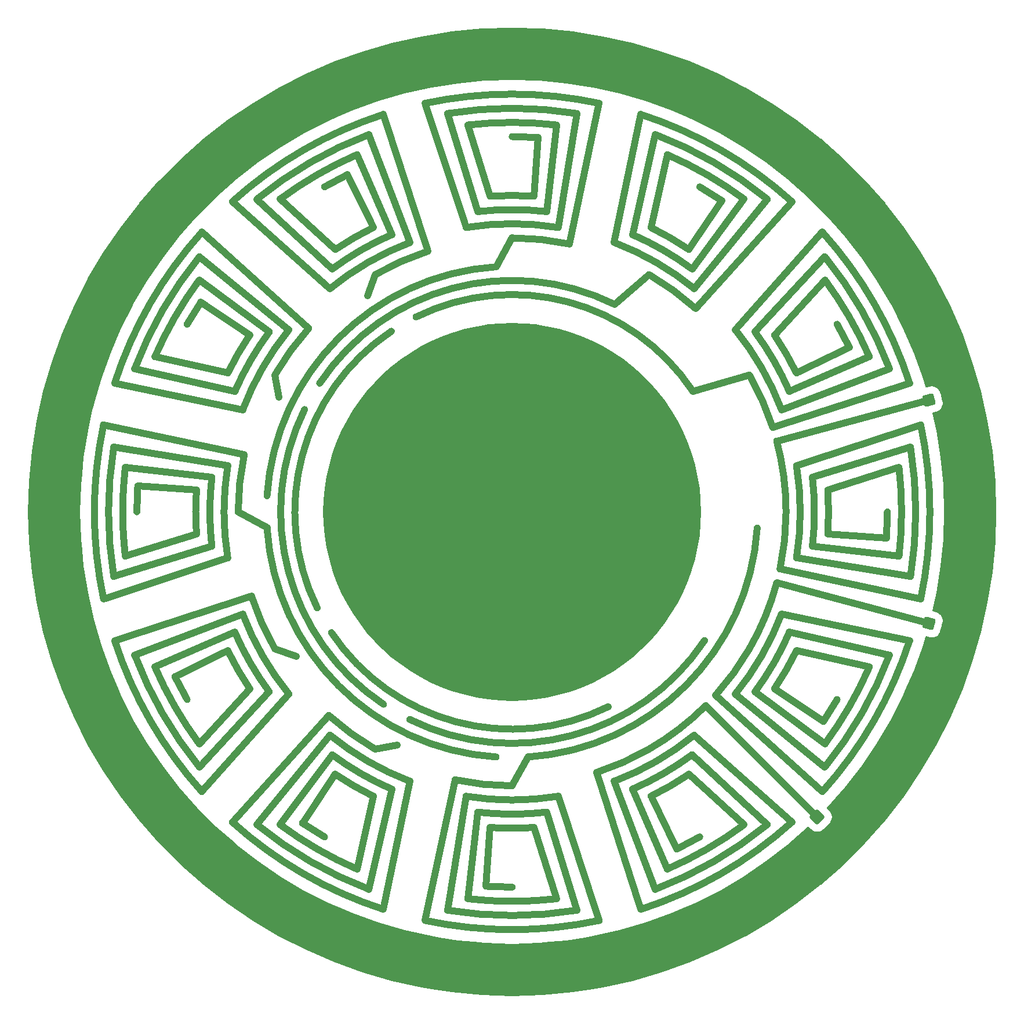
<source format=gbr>
%TF.GenerationSoftware,KiCad,Pcbnew,7.99.0-3356-g00904e8e23*%
%TF.CreationDate,2023-10-26T14:27:13+05:30*%
%TF.ProjectId,kimotor-project,6b696d6f-746f-4722-9d70-726f6a656374,rev?*%
%TF.SameCoordinates,Original*%
%TF.FileFunction,Copper,L1,Top*%
%TF.FilePolarity,Positive*%
%FSLAX46Y46*%
G04 Gerber Fmt 4.6, Leading zero omitted, Abs format (unit mm)*
G04 Created by KiCad (PCBNEW 7.99.0-3356-g00904e8e23) date 2023-10-26 14:27:13*
%MOMM*%
%LPD*%
G01*
G04 APERTURE LIST*
G04 Aperture macros list*
%AMRoundRect*
0 Rectangle with rounded corners*
0 $1 Rounding radius*
0 $2 $3 $4 $5 $6 $7 $8 $9 X,Y pos of 4 corners*
0 Add a 4 corners polygon primitive as box body*
4,1,4,$2,$3,$4,$5,$6,$7,$8,$9,$2,$3,0*
0 Add four circle primitives for the rounded corners*
1,1,$1+$1,$2,$3*
1,1,$1+$1,$4,$5*
1,1,$1+$1,$6,$7*
1,1,$1+$1,$8,$9*
0 Add four rect primitives between the rounded corners*
20,1,$1+$1,$2,$3,$4,$5,0*
20,1,$1+$1,$4,$5,$6,$7,0*
20,1,$1+$1,$6,$7,$8,$9,0*
20,1,$1+$1,$8,$9,$2,$3,0*%
G04 Aperture macros list end*
%TA.AperFunction,ComponentPad*%
%ADD10RoundRect,0.250000X-0.734847X-0.424264X0.424264X-0.734847X0.734847X0.424264X-0.424264X0.734847X0*%
%TD*%
%TA.AperFunction,ComponentPad*%
%ADD11RoundRect,0.250000X-0.848528X0.000000X0.000000X-0.848528X0.848528X0.000000X0.000000X0.848528X0*%
%TD*%
%TA.AperFunction,ComponentPad*%
%ADD12RoundRect,0.250000X-0.424264X-0.734847X0.734847X-0.424264X0.424264X0.734847X-0.734847X0.424264X0*%
%TD*%
%TA.AperFunction,ViaPad*%
%ADD13C,0.250000*%
%TD*%
%TA.AperFunction,Conductor*%
%ADD14C,1.034000*%
%TD*%
G04 APERTURE END LIST*
D10*
%TO.P,T2,1*%
%TO.N,coil*%
X60853327Y-16305599D03*
%TD*%
D11*
%TO.P,T3,1*%
%TO.N,coil*%
X44547727Y-44547727D03*
%TD*%
%TO.P,T3,1*%
%TO.N,coil*%
X44547727Y-44547727D03*
%TD*%
D12*
%TO.P,T1,1*%
%TO.N,coil*%
X60853327Y16305599D03*
%TD*%
D10*
%TO.P,T2,1*%
%TO.N,coil*%
X60853327Y-16305599D03*
%TD*%
D12*
%TO.P,T1,1*%
%TO.N,coil*%
X60853327Y16305599D03*
%TD*%
D13*
%TO.N,coil*%
X27398000Y-47454728D03*
X-27398000Y47454728D03*
X0Y54796000D03*
X-47454728Y-27398000D03*
X-2345617Y-35787212D03*
X54796000Y0D03*
X-16776894Y-34020176D03*
X-34020176Y16776894D03*
X-14947588Y-30310711D03*
X-54796000Y0D03*
X35787212Y-2345617D03*
X-18776051Y-28100347D03*
X-54796000Y0D03*
X-14947588Y-30310711D03*
X-21073890Y31539305D03*
X-27398000Y47454728D03*
X-30310711Y14947588D03*
X-26380867Y-17627132D03*
X-30310711Y14947588D03*
X-21073890Y31539305D03*
X-47454728Y27397999D03*
X-27397999Y-47454728D03*
X0Y54796000D03*
X0Y-54796000D03*
X-14032935Y28455978D03*
X47454728Y27398000D03*
X-2345617Y-35787212D03*
X14032935Y-28455978D03*
X-35787212Y2345617D03*
X47454728Y27398000D03*
X-47454728Y27397999D03*
X-17627132Y26380867D03*
X-17627132Y26380867D03*
X-47454728Y-27398000D03*
X-28100347Y18776051D03*
X47454728Y-27397999D03*
X-18776051Y-28100347D03*
X-31539305Y-21073890D03*
X27397999Y47454728D03*
X-35787212Y2345617D03*
X-14032935Y28455978D03*
X28100347Y-18776051D03*
X-16776894Y-34020176D03*
X-47454728Y27397999D03*
X27397999Y47454728D03*
X54796000Y0D03*
X-47454728Y-27398000D03*
X47454728Y-27397999D03*
X-27398000Y47454728D03*
X-27397999Y-47454728D03*
X-28100347Y18776051D03*
X0Y-54796000D03*
X-28455978Y-14032935D03*
X47454728Y27398000D03*
X14032935Y-28455978D03*
X-34020176Y16776894D03*
X54796000Y0D03*
X28100347Y-18776051D03*
X-28455978Y-14032935D03*
X-27397999Y-47454728D03*
X0Y-54796000D03*
X-26380867Y-17627132D03*
X47454728Y-27397999D03*
X0Y54796000D03*
X35787212Y-2345617D03*
X-54796000Y0D03*
X27398000Y-47454728D03*
X27397999Y47454728D03*
X-31539305Y-21073890D03*
X27398000Y-47454728D03*
%TD*%
D14*
%TO.N,coil*%
X45305832Y40845826D02*
X32591649Y26598890D01*
X58026439Y-18813088D02*
X39331140Y-14925751D01*
X-58170823Y-9441181D02*
X-43849385Y-5021738D01*
X39331140Y14925751D02*
X55098001Y20909108D01*
X-26273645Y-35463812D02*
X-33850475Y-45690915D01*
X-43849385Y5021738D02*
X-56494731Y6469914D01*
X55098001Y-20909108D02*
X40485551Y-17575739D01*
X-18813088Y-58026439D02*
X-14925751Y-39331140D01*
X32591649Y-26598890D02*
X45656819Y-37261715D01*
X-20909108Y-55098001D02*
X-17575739Y-40485551D01*
X32591649Y-26598890D02*
X45656819Y-37261715D01*
X-32591649Y26598890D02*
X-45656819Y37261715D01*
X34641016Y20000000D02*
X26380867Y17627132D01*
X26273645Y35463812D02*
X33850475Y45690915D01*
X18813088Y58026439D02*
X14925751Y39331140D01*
X20277773Y-41516521D02*
X24048585Y-49236847D01*
X41524642Y-6739490D02*
X58170823Y-9441181D01*
X-12720607Y59658915D02*
X-6739490Y41524642D01*
X-20909108Y-55098001D02*
X-17575739Y-40485551D01*
X44547727Y-44547727D02*
X28284271Y-28284271D01*
X26598890Y32591649D02*
X37261715Y45656819D01*
X46093248Y-3197193D02*
X54664653Y-3791737D01*
X39331140Y14925751D02*
X55098001Y20909108D01*
X39120600Y-8341382D02*
X59658915Y-12720607D01*
X-29708742Y26784148D02*
X-45305832Y40845826D01*
X-31539305Y-21073890D02*
X-34641016Y-20000000D01*
X-37261715Y45656819D02*
X-26273645Y35463812D01*
X-55098001Y20909108D02*
X-40485551Y17575739D01*
X0Y-40000000D02*
X2345617Y-35787212D01*
X-25815475Y-38319327D02*
X-30616067Y-45445109D01*
X12720607Y-59658915D02*
X6739490Y-41524642D01*
X-41516521Y-20277773D02*
X-49236847Y-24048585D01*
X5021738Y43849385D02*
X6469914Y56494731D01*
X22644255Y52160829D02*
X20277773Y41516521D01*
X19999999Y34641016D02*
X14947588Y30310711D01*
X40845826Y-45305832D02*
X26598890Y-32591649D01*
X38319327Y-25815475D02*
X45445109Y-30616067D01*
X22644255Y52160829D02*
X20277773Y41516521D01*
X45656819Y37261715D02*
X35463812Y26273645D01*
X-3197193Y-46093248D02*
X-3791737Y-54664653D01*
X45690915Y33850475D02*
X38319327Y25815475D01*
X-14925751Y39331140D02*
X-20909108Y55098001D01*
X59658915Y12720607D02*
X41524642Y6739490D01*
X32591649Y-26598890D02*
X45656819Y-37261715D01*
X-38319327Y25815475D02*
X-45445109Y30616067D01*
X25815475Y38319327D02*
X30616067Y45445109D01*
X0Y-40000000D02*
X2345617Y-35787212D01*
X-34020176Y16776894D02*
X-34641016Y19999999D01*
X33850475Y-45690915D02*
X25815475Y-38319327D01*
X-46093248Y3197193D02*
X-54664653Y3791737D01*
X45305832Y40845826D02*
X32591649Y26598890D01*
X33850475Y-45690915D02*
X25815475Y-38319327D01*
X-56494731Y-6469914D02*
X-46093248Y-3197193D01*
X59658915Y12720607D02*
X41524642Y6739490D01*
X26598890Y32591649D02*
X37261715Y45656819D01*
X-39120600Y8341382D02*
X-59658915Y12720607D01*
X-40000000Y0D02*
X-35787212Y-2345617D01*
X-20277773Y41516521D02*
X-24048585Y49236847D01*
X52160829Y-22644255D02*
X41516521Y-20277773D01*
X-20277773Y41516521D02*
X-24048585Y49236847D01*
X-37261715Y45656819D02*
X-26273645Y35463812D01*
X9441181Y-58170823D02*
X5021738Y-43849385D01*
X-31539305Y-21073890D02*
X-34641016Y-20000000D01*
X-45690915Y-33850475D02*
X-38319327Y-25815475D01*
X29708742Y-26784148D02*
X45305832Y-40845826D01*
X25815475Y38319327D02*
X30616067Y45445109D01*
X-12336451Y38050124D02*
X-18813088Y58026439D01*
X-8341382Y-39120600D02*
X-12720607Y-59658915D01*
X18813088Y58026439D02*
X14925751Y39331140D01*
X-41524642Y6739490D02*
X-58170823Y9441181D01*
X-22644255Y-52160829D02*
X-20277773Y-41516521D01*
X-40000000Y0D02*
X-35787212Y-2345617D01*
X40485551Y17575739D02*
X52160829Y22644255D01*
X41524642Y-6739490D02*
X58170823Y-9441181D01*
X26784148Y29708742D02*
X40845826Y45305832D01*
X-38050124Y-12336451D02*
X-58026439Y-18813088D01*
X29708742Y-26784148D02*
X45305832Y-40845826D01*
X37261715Y-45656819D02*
X26273645Y-35463812D01*
X-45656819Y-37261715D02*
X-35463812Y-26273645D01*
X0Y-40000000D02*
X2345617Y-35787212D01*
X-29708742Y26784148D02*
X-45305832Y40845826D01*
X3197193Y46093248D02*
X3791737Y54664653D01*
X26784148Y29708742D02*
X40845826Y45305832D01*
X-22644255Y-52160829D02*
X-20277773Y-41516521D01*
X-16776894Y-34020176D02*
X-19999999Y-34641016D01*
X12336451Y-38050124D02*
X18813088Y-58026439D01*
X40485551Y17575739D02*
X52160829Y22644255D01*
X9441181Y-58170823D02*
X5021738Y-43849385D01*
X-38319327Y25815475D02*
X-45445109Y30616067D01*
X44547727Y-44547727D02*
X28284271Y-28284271D01*
X-6469914Y56494731D02*
X-3197193Y46093248D01*
X-58170823Y-9441181D02*
X-43849385Y-5021738D01*
X34641016Y20000000D02*
X26380867Y17627132D01*
X-9441181Y58170823D02*
X-5021738Y43849385D01*
X-40000000Y0D02*
X-35787212Y-2345617D01*
X-41516521Y-20277773D02*
X-49236847Y-24048585D01*
X-59658915Y-12720607D02*
X-41524642Y-6739490D01*
X20277773Y-41516521D02*
X24048585Y-49236847D01*
X-26598890Y-32591649D02*
X-37261715Y-45656819D01*
X-5021738Y-43849385D02*
X-6469914Y-56494731D01*
X-18813088Y-58026439D02*
X-14925751Y-39331140D01*
X55098001Y-20909108D02*
X40485551Y-17575739D01*
X20909108Y55098001D02*
X17575739Y40485551D01*
X37261715Y-45656819D02*
X26273645Y-35463812D01*
X58170823Y9441181D02*
X43849385Y5021738D01*
X-25815475Y-38319327D02*
X-30616067Y-45445109D01*
X-21073890Y31539305D02*
X-20000000Y34641016D01*
X12336451Y-38050124D02*
X18813088Y-58026439D01*
X6469914Y-56494731D02*
X3197193Y-46093248D01*
X41516521Y20277773D02*
X49236847Y24048585D01*
X56494731Y6469914D02*
X46093248Y3197193D01*
X-33850475Y45690915D02*
X-25815475Y38319327D01*
X-43849385Y5021738D02*
X-56494731Y6469914D01*
X-6469914Y56494731D02*
X-3197193Y46093248D01*
X17575739Y-40485551D02*
X22644255Y-52160829D01*
X5021738Y43849385D02*
X6469914Y56494731D01*
X38050124Y12336451D02*
X58026439Y18813088D01*
X17575739Y-40485551D02*
X22644255Y-52160829D01*
X56494731Y6469914D02*
X46093248Y3197193D01*
X-17575739Y40485551D02*
X-22644255Y52160829D01*
X41516521Y20277773D02*
X49236847Y24048585D01*
X-9441181Y58170823D02*
X-5021738Y43849385D01*
X33850475Y-45690915D02*
X25815475Y-38319327D01*
X-37261715Y45656819D02*
X-26273645Y35463812D01*
X-35463812Y26273645D02*
X-45690915Y33850475D01*
X-29708742Y26784148D02*
X-45305832Y40845826D01*
X46093248Y-3197193D02*
X54664653Y-3791737D01*
X39120600Y-8341382D02*
X59658915Y-12720607D01*
X-12336451Y38050124D02*
X-18813088Y58026439D01*
X35463812Y-26273645D02*
X45690915Y-33850475D01*
X-12720607Y59658915D02*
X-6739490Y41524642D01*
X39120600Y-8341382D02*
X59658915Y-12720607D01*
X41516521Y20277773D02*
X49236847Y24048585D01*
X40845826Y-45305832D02*
X26598890Y-32591649D01*
X0Y40000000D02*
X-2345617Y35787212D01*
X8341382Y39120600D02*
X12720607Y59658915D01*
X-40485551Y-17575739D02*
X-52160829Y-22644255D01*
X3197193Y46093248D02*
X3791737Y54664653D01*
X-14925751Y39331140D02*
X-20909108Y55098001D01*
X26784148Y29708742D02*
X40845826Y45305832D01*
X-20277773Y41516521D02*
X-24048585Y49236847D01*
X20909108Y55098001D02*
X17575739Y40485551D01*
X44547727Y-44547727D02*
X28284271Y-28284271D01*
X-32591649Y26598890D02*
X-45656819Y37261715D01*
X-40485551Y-17575739D02*
X-52160829Y-22644255D01*
X43849385Y-5021738D02*
X56494731Y-6469914D01*
X-56494731Y-6469914D02*
X-46093248Y-3197193D01*
X52160829Y-22644255D02*
X41516521Y-20277773D01*
X20909108Y55098001D02*
X17575739Y40485551D01*
X58170823Y9441181D02*
X43849385Y5021738D01*
X-39331140Y-14925751D02*
X-55098001Y-20909108D01*
X25815475Y38319327D02*
X30616067Y45445109D01*
X-5021738Y-43849385D02*
X-6469914Y-56494731D01*
X46093248Y-3197193D02*
X54664653Y-3791737D01*
X17575739Y-40485551D02*
X22644255Y-52160829D01*
X45656819Y37261715D02*
X35463812Y26273645D01*
X-20909108Y-55098001D02*
X-17575739Y-40485551D01*
X39331140Y14925751D02*
X55098001Y20909108D01*
X45690915Y33850475D02*
X38319327Y25815475D01*
X-14925751Y39331140D02*
X-20909108Y55098001D01*
X-59658915Y-12720607D02*
X-41524642Y-6739490D01*
X-45690915Y-33850475D02*
X-38319327Y-25815475D01*
X14925751Y-39331140D02*
X20909108Y-55098001D01*
X-34020176Y16776894D02*
X-34641016Y19999999D01*
X34641016Y20000000D02*
X26380867Y17627132D01*
X55098001Y-20909108D02*
X40485551Y-17575739D01*
X59658915Y12720607D02*
X41524642Y6739490D01*
X60853327Y-16305599D02*
X38637033Y-10352761D01*
X58026439Y-18813088D02*
X39331140Y-14925751D01*
X-45690915Y-33850475D02*
X-38319327Y-25815475D01*
X-9441181Y58170823D02*
X-5021738Y43849385D01*
X-35463812Y26273645D02*
X-45690915Y33850475D01*
X-46093248Y3197193D02*
X-54664653Y3791737D01*
X-38319327Y25815475D02*
X-45445109Y30616067D01*
X22644255Y52160829D02*
X20277773Y41516521D01*
X58170823Y9441181D02*
X43849385Y5021738D01*
X-26273645Y-35463812D02*
X-33850475Y-45690915D01*
X12720607Y-59658915D02*
X6739490Y-41524642D01*
X-45656819Y-37261715D02*
X-35463812Y-26273645D01*
X41524642Y-6739490D02*
X58170823Y-9441181D01*
X-3197193Y-46093248D02*
X-3791737Y-54664653D01*
X38050124Y12336451D02*
X58026439Y18813088D01*
X-25815475Y-38319327D02*
X-30616067Y-45445109D01*
X-56494731Y-6469914D02*
X-46093248Y-3197193D01*
X26598890Y32591649D02*
X37261715Y45656819D01*
X45305832Y40845826D02*
X32591649Y26598890D01*
X-17575739Y40485551D02*
X-22644255Y52160829D01*
X-8341382Y-39120600D02*
X-12720607Y-59658915D01*
X60853327Y-16305599D02*
X38637033Y-10352761D01*
X-58026439Y18813088D02*
X-39331140Y14925751D01*
X-31539305Y-21073890D02*
X-34641016Y-20000000D01*
X-58026439Y18813088D02*
X-39331140Y14925751D01*
X18813088Y58026439D02*
X14925751Y39331140D01*
X56494731Y6469914D02*
X46093248Y3197193D01*
X6469914Y-56494731D02*
X3197193Y-46093248D01*
X-26273645Y-35463812D02*
X-33850475Y-45690915D01*
X14925751Y-39331140D02*
X20909108Y-55098001D01*
X-52160829Y22644255D02*
X-41516521Y20277773D01*
X-21073890Y31539305D02*
X-20000000Y34641016D01*
X-45305832Y-40845826D02*
X-32591649Y-26598890D01*
X-34020176Y16776894D02*
X-34641016Y19999999D01*
X0Y40000000D02*
X-2345617Y35787212D01*
X60853327Y16305599D02*
X38637033Y10352761D01*
X-26598890Y-32591649D02*
X-37261715Y-45656819D01*
X-40845826Y45305832D02*
X-26598890Y32591649D01*
X-58026439Y18813088D02*
X-39331140Y14925751D01*
X-55098001Y20909108D02*
X-40485551Y17575739D01*
X-21073890Y31539305D02*
X-20000000Y34641016D01*
X6739490Y41524642D02*
X9441181Y58170823D01*
X29708742Y-26784148D02*
X45305832Y-40845826D01*
X43849385Y-5021738D02*
X56494731Y-6469914D01*
X19999999Y34641016D02*
X14947588Y30310711D01*
X35463812Y-26273645D02*
X45690915Y-33850475D01*
X-33850475Y45690915D02*
X-25815475Y38319327D01*
X-38050124Y-12336451D02*
X-58026439Y-18813088D01*
X-32591649Y26598890D02*
X-45656819Y37261715D01*
X-6469914Y56494731D02*
X-3197193Y46093248D01*
X-45305832Y-40845826D02*
X-32591649Y-26598890D01*
X45690915Y33850475D02*
X38319327Y25815475D01*
X20277773Y-41516521D02*
X24048585Y-49236847D01*
X-45305832Y-40845826D02*
X-32591649Y-26598890D01*
X-52160829Y22644255D02*
X-41516521Y20277773D01*
X26273645Y35463812D02*
X33850475Y45690915D01*
X37261715Y-45656819D02*
X26273645Y-35463812D01*
X9441181Y-58170823D02*
X5021738Y-43849385D01*
X-45656819Y-37261715D02*
X-35463812Y-26273645D01*
X-39331140Y-14925751D02*
X-55098001Y-20909108D01*
X38319327Y-25815475D02*
X45445109Y-30616067D01*
X6469914Y-56494731D02*
X3197193Y-46093248D01*
X-22644255Y-52160829D02*
X-20277773Y-41516521D01*
X-39120600Y8341382D02*
X-59658915Y12720607D01*
X-58170823Y-9441181D02*
X-43849385Y-5021738D01*
X26273645Y35463812D02*
X33850475Y45690915D01*
X-43849385Y5021738D02*
X-56494731Y6469914D01*
X-55098001Y20909108D02*
X-40485551Y17575739D01*
X-3197193Y-46093248D02*
X-3791737Y-54664653D01*
X0Y40000000D02*
X-2345617Y35787212D01*
X-41516521Y-20277773D02*
X-49236847Y-24048585D01*
X-5021738Y-43849385D02*
X-6469914Y-56494731D01*
X3197193Y46093248D02*
X3791737Y54664653D01*
X8341382Y39120600D02*
X12720607Y59658915D01*
X60853327Y16305599D02*
X38637033Y10352761D01*
X-26598890Y-32591649D02*
X-37261715Y-45656819D01*
X60853327Y16305599D02*
X38637033Y10352761D01*
X-26784148Y-29708742D02*
X-40845826Y-45305832D01*
X-6739490Y-41524642D02*
X-9441181Y-58170823D01*
X8341382Y39120600D02*
X12720607Y59658915D01*
X6739490Y41524642D02*
X9441181Y58170823D01*
X-46093248Y3197193D02*
X-54664653Y3791737D01*
X12720607Y-59658915D02*
X6739490Y-41524642D01*
X-16776894Y-34020176D02*
X-19999999Y-34641016D01*
X-26784148Y-29708742D02*
X-40845826Y-45305832D01*
X38050124Y12336451D02*
X58026439Y18813088D01*
X-16776894Y-34020176D02*
X-19999999Y-34641016D01*
X-59658915Y-12720607D02*
X-41524642Y-6739490D01*
X5021738Y43849385D02*
X6469914Y56494731D01*
X-12720607Y59658915D02*
X-6739490Y41524642D01*
X-40845826Y45305832D02*
X-26598890Y32591649D01*
X40485551Y17575739D02*
X52160829Y22644255D01*
X52160829Y-22644255D02*
X41516521Y-20277773D01*
X19999999Y34641016D02*
X14947588Y30310711D01*
X-39331140Y-14925751D02*
X-55098001Y-20909108D01*
X12336451Y-38050124D02*
X18813088Y-58026439D01*
X6739490Y41524642D02*
X9441181Y58170823D01*
X-6739490Y-41524642D02*
X-9441181Y-58170823D01*
X-41524642Y6739490D02*
X-58170823Y9441181D01*
X40845826Y-45305832D02*
X26598890Y-32591649D01*
X-39120600Y8341382D02*
X-59658915Y12720607D01*
X38319327Y-25815475D02*
X45445109Y-30616067D01*
X-38050124Y-12336451D02*
X-58026439Y-18813088D01*
X60853327Y-16305599D02*
X38637033Y-10352761D01*
X58026439Y-18813088D02*
X39331140Y-14925751D01*
X-12336451Y38050124D02*
X-18813088Y58026439D01*
X-26784148Y-29708742D02*
X-40845826Y-45305832D01*
X-33850475Y45690915D02*
X-25815475Y38319327D01*
X14925751Y-39331140D02*
X20909108Y-55098001D01*
X-40845826Y45305832D02*
X-26598890Y32591649D01*
X-6739490Y-41524642D02*
X-9441181Y-58170823D01*
X-18813088Y-58026439D02*
X-14925751Y-39331140D01*
X-17575739Y40485551D02*
X-22644255Y52160829D01*
X45656819Y37261715D02*
X35463812Y26273645D01*
X-35463812Y26273645D02*
X-45690915Y33850475D01*
X35463812Y-26273645D02*
X45690915Y-33850475D01*
X-52160829Y22644255D02*
X-41516521Y20277773D01*
X-40485551Y-17575739D02*
X-52160829Y-22644255D01*
X-8341382Y-39120600D02*
X-12720607Y-59658915D01*
X-41524642Y6739490D02*
X-58170823Y9441181D01*
X43849385Y-5021738D02*
X56494731Y-6469914D01*
X-33850475Y-45690915D02*
G75*
G03*
X-22644255Y-52160829I33850465J45690897D01*
G01*
X-41524642Y-6739490D02*
G75*
G02*
X-41524642Y6739490I41524637J6739490D01*
G01*
X-45445109Y30616067D02*
G75*
G03*
X-47454726Y27397998I45445309J-30616167D01*
G01*
X-45656819Y37261715D02*
G75*
G03*
X-55098001Y20909108I45656798J-37261703D01*
G01*
X30616067Y45445109D02*
G75*
G03*
X27397999Y47454728I-30616210J-45445322D01*
G01*
X45656819Y-37261715D02*
G75*
G03*
X55098001Y-20909108I-45656819J37261715D01*
G01*
X6739490Y-41524642D02*
G75*
G02*
X-6739490Y-41524642I-6739490J41524637D01*
G01*
X54664653Y-3791737D02*
G75*
G03*
X54796000Y0I-54664744J3791748D01*
G01*
X18813088Y-58026439D02*
G75*
G03*
X40845826Y-45305832I-18813088J58026439D01*
G01*
X-58170822Y9441181D02*
G75*
G03*
X-58170822Y-9441181I58170772J-9441181D01*
G01*
X-17575739Y-40485550D02*
G75*
G02*
X-26273645Y-35463811I17575722J40485514D01*
G01*
X0Y40000000D02*
G75*
G02*
X8341382Y39120600I-11J-40000101D01*
G01*
X24048585Y-49236846D02*
G75*
G03*
X27398000Y-47454727I-24048612J49236917D01*
G01*
X59658914Y-12720607D02*
G75*
G03*
X59658914Y12720607I-59658914J12720607D01*
G01*
X-49236847Y-24048585D02*
G75*
G03*
X-47454730Y-27398001I49236947J24048585D01*
G01*
X-3197193Y46093248D02*
G75*
G02*
X3197193Y46093248I3197193J-46092969D01*
G01*
X-58170822Y9441181D02*
G75*
G03*
X-58170822Y-9441181I58170772J-9441181D01*
G01*
X-20000000Y34641015D02*
G75*
G02*
X-12336451Y38050124I20000000J-34641015D01*
G01*
X-49236847Y-24048585D02*
G75*
G03*
X-47454730Y-27398001I49236947J24048585D01*
G01*
X-5021738Y43849384D02*
G75*
G02*
X5021738Y43849384I5021738J-43849247D01*
G01*
X-32591649Y-26598890D02*
G75*
G02*
X-39331140Y-14925751I32591648J26598893D01*
G01*
X-34641016Y19999999D02*
G75*
G02*
X-29708742Y26784148I34640991J-19999982D01*
G01*
X33850474Y45690914D02*
G75*
G03*
X22644255Y52160828I-33850474J-45690914D01*
G01*
X-14032935Y28455978D02*
G75*
G02*
X26380867Y17627132I14032935J-28455978D01*
G01*
X-18813088Y58026439D02*
G75*
G03*
X-40845826Y45305832I18813083J-58026431D01*
G01*
X38637032Y-10352761D02*
G75*
G02*
X34641016Y-19999999I-38637032J10352761D01*
G01*
X46093248Y3197193D02*
G75*
G02*
X46093248Y-3197193I-46092948J-3197193D01*
G01*
X58170822Y-9441181D02*
G75*
G03*
X58170822Y9441181I-58170722J9441181D01*
G01*
X54664653Y-3791737D02*
G75*
G03*
X54796000Y0I-54664744J3791748D01*
G01*
X3197193Y-46093248D02*
G75*
G02*
X-3197193Y-46093248I-3197193J46092969D01*
G01*
X41516521Y-20277773D02*
G75*
G02*
X38319327Y-25815475I-41516806J20277940D01*
G01*
X32591648Y26598889D02*
G75*
G02*
X39331138Y14925750I-32591648J-26598889D01*
G01*
X-3791737Y-54664653D02*
G75*
G03*
X0Y-54795999I3791737J54664753D01*
G01*
X38637032Y-10352761D02*
G75*
G02*
X34641016Y-19999999I-38637032J10352761D01*
G01*
X-45305832Y40845826D02*
G75*
G03*
X-58026439Y18813088I45305832J-40845826D01*
G01*
X41524641Y6739490D02*
G75*
G02*
X41524641Y-6739490I-41524641J-6739490D01*
G01*
X-56494731Y6469914D02*
G75*
G03*
X-56494731Y-6469914I56494625J-6469914D01*
G01*
X-28100346Y18776051D02*
G75*
G02*
X14947588Y30310710I28100346J-18776051D01*
G01*
X-18776051Y-28100346D02*
G75*
G02*
X-30310710Y14947588I18776051J28100346D01*
G01*
X-6469914Y-56494731D02*
G75*
G03*
X6469914Y-56494731I6469914J56494625D01*
G01*
X-40000000Y0D02*
G75*
G02*
X-39120600Y8341382I40000100J-10D01*
G01*
X-9441181Y-58170822D02*
G75*
G03*
X9441181Y-58170822I9441181J58170772D01*
G01*
X-24048585Y49236847D02*
G75*
G03*
X-27398001Y47454730I24048585J-49236947D01*
G01*
X-40000000Y0D02*
G75*
G02*
X-39120600Y8341382I40000100J-10D01*
G01*
X-39331140Y14925751D02*
G75*
G02*
X-32591649Y26598890I39331170J-14925771D01*
G01*
X-20277773Y-41516521D02*
G75*
G02*
X-25815473Y-38319324I20277973J41516821D01*
G01*
X-33850475Y-45690915D02*
G75*
G03*
X-22644255Y-52160829I33850465J45690897D01*
G01*
X46093248Y3197193D02*
G75*
G02*
X46093248Y-3197193I-46092948J-3197193D01*
G01*
X-12720607Y-59658915D02*
G75*
G03*
X12720607Y-59658915I12720607J59658908D01*
G01*
X19999999Y34641016D02*
G75*
G02*
X26784148Y29708742I-19999999J-34641016D01*
G01*
X-37261715Y-45656819D02*
G75*
G03*
X-20909108Y-55098001I37261703J45656798D01*
G01*
X-45305832Y40845826D02*
G75*
G03*
X-58026439Y18813088I45305832J-40845826D01*
G01*
X-45690915Y33850475D02*
G75*
G03*
X-52160829Y22644255I45690897J-33850465D01*
G01*
X-20277773Y-41516521D02*
G75*
G02*
X-25815473Y-38319324I20277973J41516821D01*
G01*
X-56494731Y6469914D02*
G75*
G03*
X-56494731Y-6469914I56494625J-6469914D01*
G01*
X-9441181Y-58170822D02*
G75*
G03*
X9441181Y-58170822I9441181J58170772D01*
G01*
X-6469914Y-56494731D02*
G75*
G03*
X6469914Y-56494731I6469914J56494625D01*
G01*
X49236846Y24048585D02*
G75*
G03*
X47454727Y27398000I-49236917J-24048612D01*
G01*
X20000000Y-34641016D02*
G75*
G02*
X12336451Y-38050124I-20000000J34641021D01*
G01*
X24048585Y-49236846D02*
G75*
G03*
X27398000Y-47454727I-24048612J49236917D01*
G01*
X-59658915Y12720607D02*
G75*
G03*
X-59658915Y-12720607I59658908J-12720607D01*
G01*
X-41516521Y20277773D02*
G75*
G02*
X-38319324Y25815473I41516821J-20277973D01*
G01*
X-26273645Y35463811D02*
G75*
G02*
X-17575739Y40485550I26273589J-35463708D01*
G01*
X20000000Y-34641016D02*
G75*
G02*
X12336451Y-38050124I-20000000J34641021D01*
G01*
X41516521Y-20277773D02*
G75*
G02*
X38319327Y-25815475I-41516806J20277940D01*
G01*
X-20909108Y55098001D02*
G75*
G03*
X-37261715Y45656819I20909076J-55097947D01*
G01*
X-25815475Y38319327D02*
G75*
G02*
X-20277775Y41516525I25815575J-38319427D01*
G01*
X9441181Y58170822D02*
G75*
G03*
X-9441181Y58170822I-9441181J-58170772D01*
G01*
X-25815475Y38319327D02*
G75*
G02*
X-20277775Y41516525I25815575J-38319427D01*
G01*
X-20000000Y34641015D02*
G75*
G02*
X-12336451Y38050124I20000000J-34641015D01*
G01*
X-32591649Y-26598890D02*
G75*
G02*
X-39331140Y-14925751I32591648J26598893D01*
G01*
X6469914Y56494731D02*
G75*
G03*
X-6469914Y56494731I-6469914J-56494625D01*
G01*
X40000000Y0D02*
G75*
G02*
X39120600Y-8341382I-40000101J11D01*
G01*
X38637032Y10352761D02*
G75*
G02*
X39999999Y0I-38637080J-10352768D01*
G01*
X-59658915Y12720607D02*
G75*
G03*
X-59658915Y-12720607I59658908J-12720607D01*
G01*
X49236846Y24048585D02*
G75*
G03*
X47454727Y27398000I-49236917J-24048612D01*
G01*
X-5021738Y43849384D02*
G75*
G02*
X5021738Y43849384I5021738J-43849247D01*
G01*
X-14032935Y28455978D02*
G75*
G02*
X26380867Y17627132I14032935J-28455978D01*
G01*
X-20000000Y34641015D02*
G75*
G02*
X-12336451Y38050124I20000000J-34641015D01*
G01*
X55098000Y20909108D02*
G75*
G03*
X45656819Y37261715I-55097950J-20909078D01*
G01*
X40485551Y-17575739D02*
G75*
G02*
X35463812Y-26273645I-40485551J17575739D01*
G01*
X-28455978Y-14032935D02*
G75*
G02*
X-17627132Y26380867I28455978J14032935D01*
G01*
X-5021738Y43849384D02*
G75*
G02*
X5021738Y43849384I5021738J-43849247D01*
G01*
X-2345617Y-35787211D02*
G75*
G02*
X-35787211Y-2345617I2345617J35787211D01*
G01*
X28100346Y-18776051D02*
G75*
G02*
X-14947588Y-30310710I-28100346J18776051D01*
G01*
X14032935Y-28455978D02*
G75*
G02*
X-26380867Y-17627132I-14032935J28455978D01*
G01*
X43849384Y5021738D02*
G75*
G02*
X43849384Y-5021738I-43849284J-5021738D01*
G01*
X-55098001Y-20909108D02*
G75*
G03*
X-45656819Y-37261715I55097947J20909076D01*
G01*
X-54664653Y3791737D02*
G75*
G03*
X-54795999Y0I54664753J-3791737D01*
G01*
X-24048585Y49236847D02*
G75*
G03*
X-27398001Y47454730I24048585J-49236947D01*
G01*
X6739490Y-41524642D02*
G75*
G02*
X-6739490Y-41524642I-6739490J41524637D01*
G01*
X19999999Y34641016D02*
G75*
G02*
X26784148Y29708742I-19999999J-34641016D01*
G01*
X-22644255Y52160829D02*
G75*
G03*
X-33850475Y45690915I22644206J-52160745D01*
G01*
X-32591649Y-26598890D02*
G75*
G02*
X-39331140Y-14925751I32591648J26598893D01*
G01*
X25815475Y-38319326D02*
G75*
G02*
X20277773Y-41516520I-25815538J38319431D01*
G01*
X-28455978Y-14032935D02*
G75*
G02*
X-17627132Y26380867I28455978J14032935D01*
G01*
X14925751Y39331139D02*
G75*
G02*
X26598889Y32591648I-14925774J-39331172D01*
G01*
X-58170822Y9441181D02*
G75*
G03*
X-58170822Y-9441181I58170772J-9441181D01*
G01*
X34641016Y-19999999D02*
G75*
G02*
X29708742Y-26784148I-34641016J19999999D01*
G01*
X28100346Y-18776051D02*
G75*
G02*
X-14947588Y-30310710I-28100346J18776051D01*
G01*
X-34641016Y19999999D02*
G75*
G02*
X-29708742Y26784148I34640991J-19999982D01*
G01*
X5021738Y-43849384D02*
G75*
G02*
X-5021738Y-43849384I-5021738J43849247D01*
G01*
X17575739Y40485551D02*
G75*
G02*
X26273645Y35463812I-17575739J-40485551D01*
G01*
X20277773Y41516521D02*
G75*
G02*
X25815475Y38319327I-20277940J-41516806D01*
G01*
X9441181Y58170822D02*
G75*
G03*
X-9441181Y58170822I-9441181J-58170772D01*
G01*
X0Y40000000D02*
G75*
G02*
X8341382Y39120600I-11J-40000101D01*
G01*
X-25815475Y38319327D02*
G75*
G02*
X-20277775Y41516525I25815575J-38319427D01*
G01*
X-18813088Y58026439D02*
G75*
G03*
X-40845826Y45305832I18813083J-58026431D01*
G01*
X-37261715Y-45656819D02*
G75*
G03*
X-20909108Y-55098001I37261703J45656798D01*
G01*
X-39331140Y14925751D02*
G75*
G02*
X-32591649Y26598890I39331170J-14925771D01*
G01*
X34641016Y20000000D02*
G75*
G02*
X38050124Y12336451I-34641021J-20000000D01*
G01*
X56494730Y-6469914D02*
G75*
G03*
X56494730Y6469914I-56494630J6469914D01*
G01*
X-35787211Y2345617D02*
G75*
G02*
X-2345617Y35787211I35787212J-2345618D01*
G01*
X-56494731Y6469914D02*
G75*
G03*
X-56494731Y-6469914I56494625J-6469914D01*
G01*
X38637032Y-10352761D02*
G75*
G02*
X34641016Y-19999999I-38637032J10352761D01*
G01*
X-45445109Y30616067D02*
G75*
G03*
X-47454726Y27397998I45445309J-30616167D01*
G01*
X17575739Y40485551D02*
G75*
G02*
X26273645Y35463812I-17575739J-40485551D01*
G01*
X-26598889Y32591648D02*
G75*
G02*
X-14925750Y39331138I26598889J-32591648D01*
G01*
X-40485550Y17575739D02*
G75*
G02*
X-35463811Y26273645I40485514J-17575722D01*
G01*
X26598890Y-32591649D02*
G75*
G02*
X14925751Y-39331140I-26598893J32591648D01*
G01*
X22644255Y-52160828D02*
G75*
G03*
X33850475Y-45690915I-22644205J52160748D01*
G01*
X-26273645Y35463811D02*
G75*
G02*
X-17575739Y40485550I26273589J-35463708D01*
G01*
X39331139Y-14925751D02*
G75*
G02*
X32591648Y-26598889I-39331172J14925774D01*
G01*
X39331139Y-14925751D02*
G75*
G02*
X32591648Y-26598889I-39331172J14925774D01*
G01*
X20909108Y-55098000D02*
G75*
G03*
X37261715Y-45656819I-20909078J55097950D01*
G01*
X56494730Y-6469914D02*
G75*
G03*
X56494730Y6469914I-56494630J6469914D01*
G01*
X-54664653Y3791737D02*
G75*
G03*
X-54795999Y0I54664753J-3791737D01*
G01*
X-26273645Y35463811D02*
G75*
G02*
X-17575739Y40485550I26273589J-35463708D01*
G01*
X22644255Y-52160828D02*
G75*
G03*
X33850475Y-45690915I-22644205J52160748D01*
G01*
X32591648Y26598889D02*
G75*
G02*
X39331138Y14925750I-32591648J-26598889D01*
G01*
X-28455978Y-14032935D02*
G75*
G02*
X-17627132Y26380867I28455978J14032935D01*
G01*
X-46093248Y-3197193D02*
G75*
G02*
X-46093248Y3197193I46092969J3197193D01*
G01*
X-41516521Y20277773D02*
G75*
G02*
X-38319324Y25815473I41516821J-20277973D01*
G01*
X38319326Y25815475D02*
G75*
G02*
X41516520Y20277773I-38319431J-25815538D01*
G01*
X14925751Y39331139D02*
G75*
G02*
X26598889Y32591648I-14925774J-39331172D01*
G01*
X26273645Y-35463811D02*
G75*
G02*
X17575738Y-40485549I-26273585J35463711D01*
G01*
X-37261715Y-45656819D02*
G75*
G03*
X-20909108Y-55098001I37261703J45656798D01*
G01*
X20277773Y41516521D02*
G75*
G02*
X25815475Y38319327I-20277940J-41516806D01*
G01*
X-3791737Y-54664653D02*
G75*
G03*
X0Y-54795999I3791737J54664753D01*
G01*
X-35463811Y-26273645D02*
G75*
G02*
X-40485550Y-17575739I35463708J26273589D01*
G01*
X40845825Y45305831D02*
G75*
G03*
X18813088Y58026438I-40845832J-45305843D01*
G01*
X37261715Y45656819D02*
G75*
G03*
X20909108Y55098001I-37261705J-45656799D01*
G01*
X-28100346Y18776051D02*
G75*
G02*
X14947588Y30310710I28100346J-18776051D01*
G01*
X28284271Y-28284271D02*
G75*
G02*
X20000000Y-34641016I-28284296J28284302D01*
G01*
X-28100346Y18776051D02*
G75*
G02*
X14947588Y30310710I28100346J-18776051D01*
G01*
X26273645Y-35463811D02*
G75*
G02*
X17575738Y-40485549I-26273585J35463711D01*
G01*
X45305831Y-40845825D02*
G75*
G03*
X58026438Y-18813088I-45305843J40845832D01*
G01*
X-19999999Y-34641016D02*
G75*
G02*
X-26784148Y-29708742I19999982J34640991D01*
G01*
X-20909108Y55098001D02*
G75*
G03*
X-37261715Y45656819I20909076J-55097947D01*
G01*
X37261715Y45656819D02*
G75*
G03*
X20909108Y55098001I-37261705J-45656799D01*
G01*
X43849384Y5021738D02*
G75*
G02*
X43849384Y-5021738I-43849284J-5021738D01*
G01*
X-45656819Y37261715D02*
G75*
G03*
X-55098001Y20909108I45656798J-37261703D01*
G01*
X40485551Y-17575739D02*
G75*
G02*
X35463812Y-26273645I-40485551J17575739D01*
G01*
X59658914Y-12720607D02*
G75*
G03*
X59658914Y12720607I-59658914J12720607D01*
G01*
X-26598889Y32591648D02*
G75*
G02*
X-14925750Y39331138I26598889J-32591648D01*
G01*
X-43849384Y-5021738D02*
G75*
G02*
X-43849384Y5021738I43849247J5021738D01*
G01*
X58026439Y18813088D02*
G75*
G03*
X45305832Y40845826I-58026439J-18813088D01*
G01*
X55098000Y20909108D02*
G75*
G03*
X45656819Y37261715I-55097950J-20909078D01*
G01*
X37261715Y45656819D02*
G75*
G03*
X20909108Y55098001I-37261705J-45656799D01*
G01*
X39331139Y-14925751D02*
G75*
G02*
X32591648Y-26598889I-39331172J14925774D01*
G01*
X25815475Y-38319326D02*
G75*
G02*
X20277773Y-41516520I-25815538J38319431D01*
G01*
X5021738Y-43849384D02*
G75*
G02*
X-5021738Y-43849384I-5021738J43849247D01*
G01*
X34641016Y-19999999D02*
G75*
G02*
X29708742Y-26784148I-34641016J19999999D01*
G01*
X40485551Y-17575739D02*
G75*
G02*
X35463812Y-26273645I-40485551J17575739D01*
G01*
X56494730Y-6469914D02*
G75*
G03*
X56494730Y6469914I-56494630J6469914D01*
G01*
X-58026439Y-18813088D02*
G75*
G03*
X-45305832Y-40845826I58026431J18813083D01*
G01*
X-38319327Y-25815475D02*
G75*
G02*
X-41516525Y-20277775I38319427J25815575D01*
G01*
X59658914Y-12720607D02*
G75*
G03*
X59658914Y12720607I-59658914J12720607D01*
G01*
X-14925751Y-39331140D02*
G75*
G02*
X-26598890Y-32591649I14925771J39331170D01*
G01*
X-38319327Y-25815475D02*
G75*
G02*
X-41516525Y-20277775I38319427J25815575D01*
G01*
X41516521Y-20277773D02*
G75*
G02*
X38319327Y-25815475I-41516806J20277940D01*
G01*
X-55098001Y-20909108D02*
G75*
G03*
X-45656819Y-37261715I55097947J20909076D01*
G01*
X-41524642Y-6739490D02*
G75*
G02*
X-41524642Y6739490I41524637J6739490D01*
G01*
X-18813088Y58026439D02*
G75*
G03*
X-40845826Y45305832I18813083J-58026431D01*
G01*
X-40845826Y-45305832D02*
G75*
G03*
X-18813088Y-58026440I40845836J45305842D01*
G01*
X17575739Y40485551D02*
G75*
G02*
X26273645Y35463812I-17575739J-40485551D01*
G01*
X-22644255Y52160829D02*
G75*
G03*
X-33850475Y45690915I22644206J-52160745D01*
G01*
X0Y-40000000D02*
G75*
G02*
X-8341382Y-39120600I10J40000100D01*
G01*
X-30616067Y-45445109D02*
G75*
G03*
X-27397998Y-47454726I30616167J45445309D01*
G01*
X55098000Y20909108D02*
G75*
G03*
X45656819Y37261715I-55097950J-20909078D01*
G01*
X-20277773Y-41516521D02*
G75*
G02*
X-25815473Y-38319324I20277973J41516821D01*
G01*
X30616067Y45445109D02*
G75*
G03*
X27397999Y47454728I-30616210J-45445322D01*
G01*
X35787211Y-2345617D02*
G75*
G02*
X2345617Y-35787211I-35787212J2345618D01*
G01*
X41524641Y6739490D02*
G75*
G02*
X41524641Y-6739490I-41524641J-6739490D01*
G01*
X-17575739Y-40485550D02*
G75*
G02*
X-26273645Y-35463811I17575722J40485514D01*
G01*
X-3197193Y46093248D02*
G75*
G02*
X3197193Y46093248I3197193J-46092969D01*
G01*
X45690914Y-33850474D02*
G75*
G03*
X52160828Y-22644255I-45690914J33850474D01*
G01*
X-49236847Y-24048585D02*
G75*
G03*
X-47454730Y-27398001I49236947J24048585D01*
G01*
X14925751Y39331139D02*
G75*
G02*
X26598889Y32591648I-14925774J-39331172D01*
G01*
X3791737Y54664653D02*
G75*
G03*
X0Y54796000I-3791748J-54664744D01*
G01*
X20277773Y41516521D02*
G75*
G02*
X25815475Y38319327I-20277940J-41516806D01*
G01*
X-2345617Y-35787211D02*
G75*
G02*
X-35787211Y-2345617I2345617J35787211D01*
G01*
X40845825Y45305831D02*
G75*
G03*
X18813088Y58026438I-40845832J-45305843D01*
G01*
X45445109Y-30616067D02*
G75*
G03*
X47454728Y-27397999I-45445322J30616210D01*
G01*
X12720607Y59658915D02*
G75*
G03*
X-12720607Y59658915I-12720607J-59658908D01*
G01*
X38319326Y25815475D02*
G75*
G02*
X41516520Y20277773I-38319431J-25815538D01*
G01*
X6469914Y56494731D02*
G75*
G03*
X-6469914Y56494731I-6469914J-56494625D01*
G01*
X25815475Y-38319326D02*
G75*
G02*
X20277773Y-41516520I-25815538J38319431D01*
G01*
X-19999999Y-34641016D02*
G75*
G02*
X-26784148Y-29708742I19999982J34640991D01*
G01*
X-12720607Y-59658915D02*
G75*
G03*
X12720607Y-59658915I12720607J59658908D01*
G01*
X-17575739Y-40485550D02*
G75*
G02*
X-26273645Y-35463811I17575722J40485514D01*
G01*
X22644255Y-52160828D02*
G75*
G03*
X33850475Y-45690915I-22644205J52160748D01*
G01*
X26273645Y-35463811D02*
G75*
G02*
X17575738Y-40485549I-26273585J35463711D01*
G01*
X40000000Y0D02*
G75*
G02*
X39120600Y-8341382I-40000101J11D01*
G01*
X35787211Y-2345617D02*
G75*
G02*
X2345617Y-35787211I-35787212J2345618D01*
G01*
X-3791737Y-54664653D02*
G75*
G03*
X0Y-54795999I3791737J54664753D01*
G01*
X-35787211Y2345617D02*
G75*
G02*
X-2345617Y35787211I35787212J-2345618D01*
G01*
X-35787211Y2345617D02*
G75*
G02*
X-2345617Y35787211I35787212J-2345618D01*
G01*
X-54664653Y3791737D02*
G75*
G03*
X-54795999Y0I54664753J-3791737D01*
G01*
X-55098001Y-20909108D02*
G75*
G03*
X-45656819Y-37261715I55097947J20909076D01*
G01*
X49236846Y24048585D02*
G75*
G03*
X47454727Y27398000I-49236917J-24048612D01*
G01*
X-9441181Y-58170822D02*
G75*
G03*
X9441181Y-58170822I9441181J58170772D01*
G01*
X-35463811Y-26273645D02*
G75*
G02*
X-40485550Y-17575739I35463708J26273589D01*
G01*
X38637032Y10352761D02*
G75*
G02*
X39999999Y0I-38637080J-10352768D01*
G01*
X28284271Y-28284271D02*
G75*
G02*
X20000000Y-34641016I-28284296J28284302D01*
G01*
X-34641015Y-20000000D02*
G75*
G02*
X-38050124Y-12336451I34641015J20000000D01*
G01*
X-19999999Y-34641016D02*
G75*
G02*
X-26784148Y-29708742I19999982J34640991D01*
G01*
X-6739490Y41524642D02*
G75*
G02*
X6739490Y41524642I6739490J-41524637D01*
G01*
X3197193Y-46093248D02*
G75*
G02*
X-3197193Y-46093248I-3197193J46092969D01*
G01*
X0Y-40000000D02*
G75*
G02*
X-8341382Y-39120600I10J40000100D01*
G01*
X-30616067Y-45445109D02*
G75*
G03*
X-27397998Y-47454726I30616167J45445309D01*
G01*
X20000000Y-34641016D02*
G75*
G02*
X12336451Y-38050124I-20000000J34641021D01*
G01*
X-12720607Y-59658915D02*
G75*
G03*
X12720607Y-59658915I12720607J59658908D01*
G01*
X-14032935Y28455978D02*
G75*
G02*
X26380867Y17627132I14032935J-28455978D01*
G01*
X-20909108Y55098001D02*
G75*
G03*
X-37261715Y45656819I20909076J-55097947D01*
G01*
X-34641016Y19999999D02*
G75*
G02*
X-29708742Y26784148I34640991J-19999982D01*
G01*
X-52160829Y-22644255D02*
G75*
G03*
X-45690915Y-33850475I52160745J22644206D01*
G01*
X38319326Y25815475D02*
G75*
G02*
X41516520Y20277773I-38319431J-25815538D01*
G01*
X45656819Y-37261715D02*
G75*
G03*
X55098001Y-20909108I-45656819J37261715D01*
G01*
X-41516521Y20277773D02*
G75*
G02*
X-38319324Y25815473I41516821J-20277973D01*
G01*
X45656819Y-37261715D02*
G75*
G03*
X55098001Y-20909108I-45656819J37261715D01*
G01*
X45445109Y-30616067D02*
G75*
G03*
X47454728Y-27397999I-45445322J30616210D01*
G01*
X46093248Y3197193D02*
G75*
G02*
X46093248Y-3197193I-46092948J-3197193D01*
G01*
X20909108Y-55098000D02*
G75*
G03*
X37261715Y-45656819I-20909078J55097950D01*
G01*
X-52160829Y-22644255D02*
G75*
G03*
X-45690915Y-33850475I52160745J22644206D01*
G01*
X0Y-40000000D02*
G75*
G02*
X-8341382Y-39120600I10J40000100D01*
G01*
X-6739490Y41524642D02*
G75*
G02*
X6739490Y41524642I6739490J-41524637D01*
G01*
X34641016Y20000000D02*
G75*
G02*
X38050124Y12336451I-34641021J-20000000D01*
G01*
X45305831Y-40845825D02*
G75*
G03*
X58026438Y-18813088I-45305843J40845832D01*
G01*
X-58026439Y-18813088D02*
G75*
G03*
X-45305832Y-40845826I58026431J18813083D01*
G01*
X-34641015Y-20000000D02*
G75*
G02*
X-38050124Y-12336451I34641015J20000000D01*
G01*
X35463811Y26273645D02*
G75*
G02*
X40485549Y17575738I-35463711J-26273585D01*
G01*
X14032935Y-28455978D02*
G75*
G02*
X-26380867Y-17627132I-14032935J28455978D01*
G01*
X-6469914Y-56494731D02*
G75*
G03*
X6469914Y-56494731I6469914J56494625D01*
G01*
X-35463811Y-26273645D02*
G75*
G02*
X-40485550Y-17575739I35463708J26273589D01*
G01*
X-2345617Y-35787211D02*
G75*
G02*
X-35787211Y-2345617I2345617J35787211D01*
G01*
X9441181Y58170822D02*
G75*
G03*
X-9441181Y58170822I-9441181J-58170772D01*
G01*
X33850474Y45690914D02*
G75*
G03*
X22644255Y52160828I-33850474J-45690914D01*
G01*
X52160828Y22644255D02*
G75*
G03*
X45690915Y33850475I-52160748J-22644205D01*
G01*
X-46093248Y-3197193D02*
G75*
G02*
X-46093248Y3197193I46092969J3197193D01*
G01*
X6739490Y-41524642D02*
G75*
G02*
X-6739490Y-41524642I-6739490J41524637D01*
G01*
X52160828Y22644255D02*
G75*
G03*
X45690915Y33850475I-52160748J-22644205D01*
G01*
X45305831Y-40845825D02*
G75*
G03*
X58026438Y-18813088I-45305843J40845832D01*
G01*
X24048585Y-49236846D02*
G75*
G03*
X27398000Y-47454727I-24048612J49236917D01*
G01*
X38637032Y10352761D02*
G75*
G02*
X39999999Y0I-38637080J-10352768D01*
G01*
X-33850475Y-45690915D02*
G75*
G03*
X-22644255Y-52160829I33850465J45690897D01*
G01*
X45690914Y-33850474D02*
G75*
G03*
X52160828Y-22644255I-45690914J33850474D01*
G01*
X-45305832Y40845826D02*
G75*
G03*
X-58026439Y18813088I45305832J-40845826D01*
G01*
X41524641Y6739490D02*
G75*
G02*
X41524641Y-6739490I-41524641J-6739490D01*
G01*
X45445109Y-30616067D02*
G75*
G03*
X47454728Y-27397999I-45445322J30616210D01*
G01*
X-3197193Y46093248D02*
G75*
G02*
X3197193Y46093248I3197193J-46092969D01*
G01*
X-43849384Y-5021738D02*
G75*
G02*
X-43849384Y5021738I43849247J5021738D01*
G01*
X-26598889Y32591648D02*
G75*
G02*
X-14925750Y39331138I26598889J-32591648D01*
G01*
X32591648Y26598889D02*
G75*
G02*
X39331138Y14925750I-32591648J-26598889D01*
G01*
X40000000Y0D02*
G75*
G02*
X39120600Y-8341382I-40000101J11D01*
G01*
X3791737Y54664653D02*
G75*
G03*
X0Y54796000I-3791748J-54664744D01*
G01*
X-18776051Y-28100346D02*
G75*
G02*
X-30310710Y14947588I18776051J28100346D01*
G01*
X-41524642Y-6739490D02*
G75*
G02*
X-41524642Y6739490I41524637J6739490D01*
G01*
X-45690915Y33850475D02*
G75*
G03*
X-52160829Y22644255I45690897J-33850465D01*
G01*
X58170822Y-9441181D02*
G75*
G03*
X58170822Y9441181I-58170722J9441181D01*
G01*
X28284271Y-28284271D02*
G75*
G02*
X20000000Y-34641016I-28284296J28284302D01*
G01*
X3197193Y-46093248D02*
G75*
G02*
X-3197193Y-46093248I-3197193J46092969D01*
G01*
X-38319327Y-25815475D02*
G75*
G02*
X-41516525Y-20277775I38319427J25815575D01*
G01*
X-40000000Y0D02*
G75*
G02*
X-39120600Y8341382I40000100J-10D01*
G01*
X18813088Y-58026439D02*
G75*
G03*
X40845826Y-45305832I-18813088J58026439D01*
G01*
X34641016Y20000000D02*
G75*
G02*
X38050124Y12336451I-34641021J-20000000D01*
G01*
X-45656819Y37261715D02*
G75*
G03*
X-55098001Y20909108I45656798J-37261703D01*
G01*
X-39331140Y14925751D02*
G75*
G02*
X-32591649Y26598890I39331170J-14925771D01*
G01*
X-40845826Y-45305832D02*
G75*
G03*
X-18813088Y-58026440I40845836J45305842D01*
G01*
X30616067Y45445109D02*
G75*
G03*
X27397999Y47454728I-30616210J-45445322D01*
G01*
X28100346Y-18776051D02*
G75*
G02*
X-14947588Y-30310710I-28100346J18776051D01*
G01*
X-14925751Y-39331140D02*
G75*
G02*
X-26598890Y-32591649I14925771J39331170D01*
G01*
X-6739490Y41524642D02*
G75*
G02*
X6739490Y41524642I6739490J-41524637D01*
G01*
X-43849384Y-5021738D02*
G75*
G02*
X-43849384Y5021738I43849247J5021738D01*
G01*
X45690914Y-33850474D02*
G75*
G03*
X52160828Y-22644255I-45690914J33850474D01*
G01*
X20909108Y-55098000D02*
G75*
G03*
X37261715Y-45656819I-20909078J55097950D01*
G01*
X58026439Y18813088D02*
G75*
G03*
X45305832Y40845826I-58026439J-18813088D01*
G01*
X3791737Y54664653D02*
G75*
G03*
X0Y54796000I-3791748J-54664744D01*
G01*
X26598890Y-32591649D02*
G75*
G02*
X14925751Y-39331140I-26598893J32591648D01*
G01*
X0Y40000000D02*
G75*
G02*
X8341382Y39120600I-11J-40000101D01*
G01*
X35463811Y26273645D02*
G75*
G02*
X40485549Y17575738I-35463711J-26273585D01*
G01*
X-30616067Y-45445109D02*
G75*
G03*
X-27397998Y-47454726I30616167J45445309D01*
G01*
X52160828Y22644255D02*
G75*
G03*
X45690915Y33850475I-52160748J-22644205D01*
G01*
X54664653Y-3791737D02*
G75*
G03*
X54796000Y0I-54664744J3791748D01*
G01*
X35787211Y-2345617D02*
G75*
G02*
X2345617Y-35787211I-35787212J2345618D01*
G01*
X-45690915Y33850475D02*
G75*
G03*
X-52160829Y22644255I45690897J-33850465D01*
G01*
X-22644255Y52160829D02*
G75*
G03*
X-33850475Y45690915I22644206J-52160745D01*
G01*
X-40485550Y17575739D02*
G75*
G02*
X-35463811Y26273645I40485514J-17575722D01*
G01*
X6469914Y56494731D02*
G75*
G03*
X-6469914Y56494731I-6469914J-56494625D01*
G01*
X40845825Y45305831D02*
G75*
G03*
X18813088Y58026438I-40845832J-45305843D01*
G01*
X-46093248Y-3197193D02*
G75*
G02*
X-46093248Y3197193I46092969J3197193D01*
G01*
X-34641015Y-20000000D02*
G75*
G02*
X-38050124Y-12336451I34641015J20000000D01*
G01*
X-45445109Y30616067D02*
G75*
G03*
X-47454726Y27397998I45445309J-30616167D01*
G01*
X-52160829Y-22644255D02*
G75*
G03*
X-45690915Y-33850475I52160745J22644206D01*
G01*
X58170822Y-9441181D02*
G75*
G03*
X58170822Y9441181I-58170722J9441181D01*
G01*
X-40485550Y17575739D02*
G75*
G02*
X-35463811Y26273645I40485514J-17575722D01*
G01*
X5021738Y-43849384D02*
G75*
G02*
X-5021738Y-43849384I-5021738J43849247D01*
G01*
X-14925751Y-39331140D02*
G75*
G02*
X-26598890Y-32591649I14925771J39331170D01*
G01*
X-58026439Y-18813088D02*
G75*
G03*
X-45305832Y-40845826I58026431J18813083D01*
G01*
X34641016Y-19999999D02*
G75*
G02*
X29708742Y-26784148I-34641016J19999999D01*
G01*
X-40845826Y-45305832D02*
G75*
G03*
X-18813088Y-58026440I40845836J45305842D01*
G01*
X33850474Y45690914D02*
G75*
G03*
X22644255Y52160828I-33850474J-45690914D01*
G01*
X12720607Y59658915D02*
G75*
G03*
X-12720607Y59658915I-12720607J-59658908D01*
G01*
X12720607Y59658915D02*
G75*
G03*
X-12720607Y59658915I-12720607J-59658908D01*
G01*
X14032935Y-28455978D02*
G75*
G02*
X-26380867Y-17627132I-14032935J28455978D01*
G01*
X43849384Y5021738D02*
G75*
G02*
X43849384Y-5021738I-43849284J-5021738D01*
G01*
X26598890Y-32591649D02*
G75*
G02*
X14925751Y-39331140I-26598893J32591648D01*
G01*
X-18776051Y-28100346D02*
G75*
G02*
X-30310710Y14947588I18776051J28100346D01*
G01*
X-24048585Y49236847D02*
G75*
G03*
X-27398001Y47454730I24048585J-49236947D01*
G01*
X58026439Y18813088D02*
G75*
G03*
X45305832Y40845826I-58026439J-18813088D01*
G01*
X18813088Y-58026439D02*
G75*
G03*
X40845826Y-45305832I-18813088J58026439D01*
G01*
X19999999Y34641016D02*
G75*
G02*
X26784148Y29708742I-19999999J-34641016D01*
G01*
X35463811Y26273645D02*
G75*
G02*
X40485549Y17575738I-35463711J-26273585D01*
G01*
X-59658915Y12720607D02*
G75*
G03*
X-59658915Y-12720607I59658908J-12720607D01*
G01*
%TD*%
%TA.AperFunction,Conductor*%
%TO.N,gnd*%
G36*
X1730566Y27537614D02*
G01*
X1734454Y27537369D01*
X3456263Y27374609D01*
X3460128Y27374121D01*
X4571289Y27198131D01*
X5168300Y27103573D01*
X5172116Y27102846D01*
X6859960Y26725568D01*
X6863733Y26724599D01*
X8524519Y26242096D01*
X8528224Y26240892D01*
X10155453Y25655053D01*
X10159076Y25653619D01*
X11746313Y24966761D01*
X11749838Y24965102D01*
X13290814Y24179934D01*
X13294228Y24178058D01*
X14782856Y23297686D01*
X14786145Y23295599D01*
X16216561Y22323488D01*
X16219713Y22321198D01*
X17586251Y21261203D01*
X17589252Y21258720D01*
X18886569Y20114983D01*
X18889409Y20112316D01*
X20112316Y18889409D01*
X20114983Y18886569D01*
X21258720Y17589252D01*
X21261203Y17586251D01*
X22321198Y16219713D01*
X22323488Y16216561D01*
X23295599Y14786145D01*
X23297686Y14782856D01*
X24178058Y13294228D01*
X24179934Y13290814D01*
X24965102Y11749838D01*
X24966761Y11746313D01*
X25653619Y10159076D01*
X25655053Y10155453D01*
X26240892Y8528224D01*
X26242096Y8524519D01*
X26724599Y6863733D01*
X26725568Y6859960D01*
X27102846Y5172116D01*
X27103576Y5168289D01*
X27374121Y3460128D01*
X27374609Y3456263D01*
X27537369Y1734454D01*
X27537614Y1730566D01*
X27591938Y1948D01*
X27591938Y-1948D01*
X27537614Y-1730566D01*
X27537369Y-1734454D01*
X27374609Y-3456263D01*
X27374121Y-3460128D01*
X27103576Y-5168289D01*
X27102846Y-5172116D01*
X26725568Y-6859960D01*
X26724599Y-6863733D01*
X26242096Y-8524519D01*
X26240892Y-8528224D01*
X25655053Y-10155453D01*
X25653619Y-10159076D01*
X24966761Y-11746313D01*
X24965102Y-11749838D01*
X24179934Y-13290814D01*
X24178058Y-13294228D01*
X23297686Y-14782856D01*
X23295599Y-14786145D01*
X22323488Y-16216561D01*
X22321198Y-16219713D01*
X21261203Y-17586251D01*
X21258720Y-17589252D01*
X20114983Y-18886569D01*
X20112316Y-18889409D01*
X18889409Y-20112316D01*
X18886569Y-20114983D01*
X17589252Y-21258720D01*
X17586251Y-21261203D01*
X16219713Y-22321198D01*
X16216561Y-22323488D01*
X14786145Y-23295599D01*
X14782856Y-23297686D01*
X13294228Y-24178058D01*
X13290814Y-24179934D01*
X11749838Y-24965102D01*
X11746313Y-24966761D01*
X10159076Y-25653619D01*
X10155453Y-25655053D01*
X8528224Y-26240892D01*
X8524519Y-26242096D01*
X6863733Y-26724599D01*
X6859960Y-26725568D01*
X5172116Y-27102846D01*
X5168300Y-27103573D01*
X4571289Y-27198131D01*
X3460128Y-27374121D01*
X3456263Y-27374609D01*
X1734454Y-27537369D01*
X1730566Y-27537614D01*
X1948Y-27591938D01*
X-1948Y-27591938D01*
X-1730566Y-27537614D01*
X-1734454Y-27537369D01*
X-3456263Y-27374609D01*
X-3460128Y-27374121D01*
X-4571289Y-27198131D01*
X-5168300Y-27103573D01*
X-5172116Y-27102846D01*
X-6859960Y-26725568D01*
X-6863733Y-26724599D01*
X-8524519Y-26242096D01*
X-8528224Y-26240892D01*
X-10155453Y-25655053D01*
X-10159076Y-25653619D01*
X-11746313Y-24966761D01*
X-11749838Y-24965102D01*
X-13290814Y-24179934D01*
X-13294228Y-24178058D01*
X-14782856Y-23297686D01*
X-14786145Y-23295599D01*
X-16216561Y-22323488D01*
X-16219713Y-22321198D01*
X-17586251Y-21261203D01*
X-17589252Y-21258720D01*
X-18886569Y-20114983D01*
X-18889409Y-20112316D01*
X-20112316Y-18889409D01*
X-20114983Y-18886569D01*
X-21258720Y-17589252D01*
X-21261203Y-17586251D01*
X-22321198Y-16219713D01*
X-22323488Y-16216561D01*
X-23295599Y-14786145D01*
X-23297686Y-14782856D01*
X-24178058Y-13294228D01*
X-24179934Y-13290814D01*
X-24965102Y-11749838D01*
X-24966761Y-11746313D01*
X-25653619Y-10159076D01*
X-25655053Y-10155453D01*
X-26240892Y-8528224D01*
X-26242096Y-8524519D01*
X-26724599Y-6863733D01*
X-26725568Y-6859960D01*
X-27102846Y-5172116D01*
X-27103576Y-5168289D01*
X-27374121Y-3460128D01*
X-27374609Y-3456263D01*
X-27537369Y-1734454D01*
X-27537614Y-1730566D01*
X-27591938Y-1948D01*
X-27591938Y1948D01*
X-27537614Y1730566D01*
X-27537369Y1734454D01*
X-27374609Y3456263D01*
X-27374121Y3460128D01*
X-27103576Y5168289D01*
X-27102846Y5172116D01*
X-26725568Y6859960D01*
X-26724599Y6863733D01*
X-26242096Y8524519D01*
X-26240892Y8528224D01*
X-25655053Y10155453D01*
X-25653619Y10159076D01*
X-24966761Y11746313D01*
X-24965102Y11749838D01*
X-24179934Y13290814D01*
X-24178058Y13294228D01*
X-23297686Y14782856D01*
X-23295599Y14786145D01*
X-22323488Y16216561D01*
X-22321198Y16219713D01*
X-21261203Y17586251D01*
X-21258720Y17589252D01*
X-20114983Y18886569D01*
X-20112316Y18889409D01*
X-18889409Y20112316D01*
X-18886569Y20114983D01*
X-17589252Y21258720D01*
X-17586251Y21261203D01*
X-16219713Y22321198D01*
X-16216561Y22323488D01*
X-14786145Y23295599D01*
X-14782856Y23297686D01*
X-13294228Y24178058D01*
X-13290814Y24179934D01*
X-11749838Y24965102D01*
X-11746313Y24966761D01*
X-10159076Y25653619D01*
X-10155453Y25655053D01*
X-8528224Y26240892D01*
X-8524519Y26242096D01*
X-6863733Y26724599D01*
X-6859960Y26725568D01*
X-5172116Y27102846D01*
X-5168300Y27103573D01*
X-4571289Y27198131D01*
X-3460128Y27374121D01*
X-3456263Y27374609D01*
X-1734454Y27537369D01*
X-1730566Y27537614D01*
X-1948Y27591938D01*
X1948Y27591938D01*
X1730566Y27537614D01*
G37*
%TD.AperFunction*%
%TD*%
%TA.AperFunction,Conductor*%
%TO.N,gnd*%
G36*
X4437339Y70560550D02*
G01*
X4441227Y70560305D01*
X8859128Y70142690D01*
X8862993Y70142202D01*
X11714360Y69690590D01*
X13245933Y69448012D01*
X13249749Y69447285D01*
X17580484Y68479251D01*
X17584257Y68478282D01*
X21845624Y67240240D01*
X21849329Y67239036D01*
X26024566Y65735858D01*
X26028189Y65734424D01*
X30100806Y63972045D01*
X30104331Y63970386D01*
X34058251Y61955763D01*
X34061665Y61953887D01*
X37881278Y59694974D01*
X37884567Y59692887D01*
X41554808Y57198593D01*
X41557960Y57196303D01*
X45064325Y54476488D01*
X45067326Y54474005D01*
X48396026Y51539362D01*
X48398866Y51536695D01*
X51536695Y48398866D01*
X51539362Y48396026D01*
X54474005Y45067326D01*
X54476488Y45064325D01*
X57196303Y41557960D01*
X57198593Y41554808D01*
X59692887Y37884567D01*
X59694974Y37881278D01*
X61953887Y34061665D01*
X61955763Y34058251D01*
X63970386Y30104331D01*
X63972045Y30100806D01*
X65734424Y26028189D01*
X65735858Y26024566D01*
X67239036Y21849329D01*
X67240240Y21845624D01*
X68478282Y17584257D01*
X68479251Y17580484D01*
X69447285Y13249749D01*
X69448015Y13245922D01*
X70142202Y8862993D01*
X70142690Y8859128D01*
X70560305Y4441227D01*
X70560550Y4437339D01*
X70699938Y1948D01*
X70699938Y-1948D01*
X70560550Y-4437339D01*
X70560305Y-4441227D01*
X70142690Y-8859128D01*
X70142202Y-8862993D01*
X69448015Y-13245922D01*
X69447285Y-13249749D01*
X68479251Y-17580484D01*
X68478282Y-17584257D01*
X67240240Y-21845624D01*
X67239036Y-21849329D01*
X65735858Y-26024566D01*
X65734424Y-26028189D01*
X63972045Y-30100806D01*
X63970386Y-30104331D01*
X61955763Y-34058251D01*
X61953887Y-34061665D01*
X59694974Y-37881278D01*
X59692887Y-37884567D01*
X57198593Y-41554808D01*
X57196303Y-41557960D01*
X54476488Y-45064325D01*
X54474005Y-45067326D01*
X51539362Y-48396026D01*
X51536695Y-48398866D01*
X48398866Y-51536695D01*
X48396026Y-51539362D01*
X45067326Y-54474005D01*
X45064325Y-54476488D01*
X41557960Y-57196303D01*
X41554808Y-57198593D01*
X37884567Y-59692887D01*
X37881278Y-59694974D01*
X34061665Y-61953887D01*
X34058251Y-61955763D01*
X30104331Y-63970386D01*
X30100806Y-63972045D01*
X26028189Y-65734424D01*
X26024566Y-65735858D01*
X21849329Y-67239036D01*
X21845624Y-67240240D01*
X17584257Y-68478282D01*
X17580484Y-68479251D01*
X13249749Y-69447285D01*
X13245933Y-69448012D01*
X11714360Y-69690590D01*
X8862993Y-70142202D01*
X8859128Y-70142690D01*
X4441227Y-70560305D01*
X4437339Y-70560550D01*
X1948Y-70699938D01*
X-1948Y-70699938D01*
X-4437339Y-70560550D01*
X-4441227Y-70560305D01*
X-8859128Y-70142690D01*
X-8862993Y-70142202D01*
X-11714360Y-69690590D01*
X-13245933Y-69448012D01*
X-13249749Y-69447285D01*
X-17580484Y-68479251D01*
X-17584257Y-68478282D01*
X-21845624Y-67240240D01*
X-21849329Y-67239036D01*
X-26024566Y-65735858D01*
X-26028189Y-65734424D01*
X-30100806Y-63972045D01*
X-30104331Y-63970386D01*
X-34058251Y-61955763D01*
X-34061665Y-61953887D01*
X-37881278Y-59694974D01*
X-37884567Y-59692887D01*
X-41554808Y-57198593D01*
X-41557960Y-57196303D01*
X-45064325Y-54476488D01*
X-45067326Y-54474005D01*
X-48396026Y-51539362D01*
X-48398866Y-51536695D01*
X-51536695Y-48398866D01*
X-51539362Y-48396026D01*
X-54474005Y-45067326D01*
X-54476488Y-45064325D01*
X-57196303Y-41557960D01*
X-57198593Y-41554808D01*
X-59692887Y-37884567D01*
X-59694974Y-37881278D01*
X-61953887Y-34061665D01*
X-61955763Y-34058251D01*
X-63970386Y-30104331D01*
X-63972045Y-30100806D01*
X-65734424Y-26028189D01*
X-65735858Y-26024566D01*
X-67239036Y-21849329D01*
X-67240240Y-21845624D01*
X-68478282Y-17584257D01*
X-68479251Y-17580484D01*
X-69447285Y-13249749D01*
X-69448015Y-13245922D01*
X-70142202Y-8862993D01*
X-70142690Y-8859128D01*
X-70560305Y-4441227D01*
X-70560550Y-4437339D01*
X-70699938Y-1948D01*
X-70699938Y0D01*
X-63068000Y0D01*
X-62943550Y-3960066D01*
X-62790536Y-5578776D01*
X-62570689Y-7904516D01*
X-62418881Y-8862993D01*
X-61950892Y-11817765D01*
X-61086603Y-15684369D01*
X-61086602Y-15684373D01*
X-59981232Y-19489083D01*
X-58639143Y-23216879D01*
X-58639140Y-23216885D01*
X-57422581Y-26028189D01*
X-57065632Y-26853048D01*
X-55266909Y-30383240D01*
X-53250073Y-33793524D01*
X-51023083Y-37070440D01*
X-48594729Y-40201056D01*
X-48594725Y-40201061D01*
X-45974594Y-43173016D01*
X-43173016Y-45974594D01*
X-40423219Y-48398866D01*
X-40201056Y-48594729D01*
X-37070440Y-51023083D01*
X-33793524Y-53250073D01*
X-30383240Y-55266909D01*
X-26853048Y-57065632D01*
X-26853044Y-57065634D01*
X-25398580Y-57695036D01*
X-23216879Y-58639143D01*
X-19489083Y-59981232D01*
X-15684373Y-61086602D01*
X-15684370Y-61086602D01*
X-15684369Y-61086603D01*
X-11817765Y-61950892D01*
X-10636856Y-62137929D01*
X-7904516Y-62570689D01*
X-5578776Y-62790536D01*
X-3960066Y-62943550D01*
X0Y-63068000D01*
X3960066Y-62943550D01*
X5578776Y-62790536D01*
X7904516Y-62570689D01*
X10636856Y-62137929D01*
X11817765Y-61950892D01*
X15684369Y-61086603D01*
X15684370Y-61086602D01*
X15684373Y-61086602D01*
X19489083Y-59981232D01*
X23216879Y-58639143D01*
X25398580Y-57695036D01*
X26853044Y-57065634D01*
X26853048Y-57065632D01*
X30383240Y-55266909D01*
X33793524Y-53250073D01*
X37070440Y-51023083D01*
X40201056Y-48594729D01*
X40426441Y-48396026D01*
X40929362Y-47952639D01*
X43158213Y-45987643D01*
X43221515Y-45958077D01*
X43290756Y-45967427D01*
X43327892Y-45992977D01*
X43679108Y-46344192D01*
X43679113Y-46344196D01*
X43679112Y-46344196D01*
X43808149Y-46452472D01*
X43808153Y-46452475D01*
X44002800Y-46564854D01*
X44214004Y-46641727D01*
X44214008Y-46641727D01*
X44214009Y-46641728D01*
X44258459Y-46649565D01*
X44435348Y-46680756D01*
X44435350Y-46680756D01*
X44660104Y-46680756D01*
X44660106Y-46680756D01*
X44881450Y-46641727D01*
X45092654Y-46564854D01*
X45287301Y-46452475D01*
X45416346Y-46344193D01*
X46344192Y-45416346D01*
X46344196Y-45416341D01*
X46344196Y-45416342D01*
X46452472Y-45287304D01*
X46452475Y-45287301D01*
X46564854Y-45092654D01*
X46641727Y-44881450D01*
X46680756Y-44660106D01*
X46680756Y-44435348D01*
X46641727Y-44214004D01*
X46564854Y-44002800D01*
X46452475Y-43808153D01*
X46344193Y-43679108D01*
X45992977Y-43327892D01*
X45959493Y-43266571D01*
X45964477Y-43196880D01*
X45987642Y-43158214D01*
X48594729Y-40201056D01*
X51023083Y-37070440D01*
X53250073Y-33793524D01*
X55266909Y-30383240D01*
X57065632Y-26853048D01*
X57422581Y-26028189D01*
X58639140Y-23216885D01*
X58639143Y-23216879D01*
X59981232Y-19489083D01*
X60342556Y-18245396D01*
X60380160Y-18186514D01*
X60443632Y-18157308D01*
X60493719Y-18160219D01*
X60999313Y-18295693D01*
X61165212Y-18324946D01*
X61165214Y-18324946D01*
X61389968Y-18324946D01*
X61389970Y-18324946D01*
X61611315Y-18285917D01*
X61822518Y-18209046D01*
X62017164Y-18096666D01*
X62189339Y-17952195D01*
X62333811Y-17780019D01*
X62446191Y-17585373D01*
X62503806Y-17427075D01*
X62503808Y-17427068D01*
X62503809Y-17427067D01*
X62724061Y-16605069D01*
X62843421Y-16159613D01*
X62872674Y-15993714D01*
X62872674Y-15768956D01*
X62833645Y-15547611D01*
X62756774Y-15336408D01*
X62644394Y-15141762D01*
X62604344Y-15094032D01*
X62499923Y-14969586D01*
X62327748Y-14825116D01*
X62327745Y-14825113D01*
X62133105Y-14712737D01*
X62133101Y-14712735D01*
X61974803Y-14655120D01*
X61974796Y-14655118D01*
X61974795Y-14655117D01*
X61468717Y-14519514D01*
X61409057Y-14483149D01*
X61378528Y-14420302D01*
X61379796Y-14372695D01*
X61950892Y-11817764D01*
X62570689Y-7904516D01*
X62790536Y-5578776D01*
X62943550Y-3960066D01*
X63068000Y0D01*
X62943550Y3960066D01*
X62790536Y5578776D01*
X62570689Y7904516D01*
X61950892Y11817764D01*
X61379797Y14372693D01*
X61384384Y14442408D01*
X61425935Y14498580D01*
X61468717Y14519514D01*
X61974791Y14655116D01*
X62133101Y14712735D01*
X62133105Y14712737D01*
X62327745Y14825113D01*
X62327748Y14825116D01*
X62499923Y14969586D01*
X62644392Y15141760D01*
X62644395Y15141763D01*
X62756771Y15336403D01*
X62756774Y15336408D01*
X62833645Y15547611D01*
X62872674Y15768956D01*
X62872674Y15993714D01*
X62843422Y16159612D01*
X62519627Y17368028D01*
X62503809Y17427063D01*
X62503810Y17427063D01*
X62464419Y17535290D01*
X62446191Y17585373D01*
X62333811Y17780019D01*
X62189339Y17952195D01*
X62017164Y18096666D01*
X61822518Y18209046D01*
X61611315Y18285917D01*
X61389970Y18324946D01*
X61165212Y18324946D01*
X60999314Y18295694D01*
X60493722Y18160221D01*
X60423874Y18161884D01*
X60366011Y18201046D01*
X60342555Y18245397D01*
X59981232Y19489083D01*
X58639143Y23216879D01*
X57424148Y26024566D01*
X57065634Y26853044D01*
X55410816Y30100806D01*
X55266909Y30383240D01*
X53250073Y33793524D01*
X51023083Y37070440D01*
X48594729Y40201056D01*
X47401236Y41554808D01*
X45974594Y43173016D01*
X43173016Y45974594D01*
X40201061Y48594725D01*
X40201056Y48594729D01*
X37070440Y51023083D01*
X33793524Y53250073D01*
X30383240Y55266909D01*
X26853048Y57065632D01*
X26853047Y57065632D01*
X26853044Y57065634D01*
X25398580Y57695036D01*
X23216879Y58639143D01*
X19489083Y59981232D01*
X15684373Y61086602D01*
X15684369Y61086603D01*
X11817765Y61950892D01*
X10636856Y62137929D01*
X7904516Y62570689D01*
X5578776Y62790536D01*
X3960066Y62943550D01*
X0Y63068000D01*
X-3960066Y62943550D01*
X-5578776Y62790536D01*
X-7904516Y62570689D01*
X-10636856Y62137929D01*
X-11817765Y61950892D01*
X-15684369Y61086603D01*
X-15684373Y61086602D01*
X-19489083Y59981232D01*
X-23216879Y58639143D01*
X-25398580Y57695036D01*
X-26853044Y57065634D01*
X-26853047Y57065632D01*
X-26853048Y57065632D01*
X-30383240Y55266909D01*
X-33793524Y53250073D01*
X-37070440Y51023083D01*
X-40201056Y48594729D01*
X-40201061Y48594725D01*
X-43173016Y45974594D01*
X-45974594Y43173016D01*
X-47401236Y41554808D01*
X-48594729Y40201056D01*
X-51023083Y37070440D01*
X-53250073Y33793524D01*
X-55266909Y30383240D01*
X-55410816Y30100806D01*
X-57065634Y26853044D01*
X-57424148Y26024566D01*
X-58639143Y23216879D01*
X-59981232Y19489083D01*
X-60996731Y15993711D01*
X-61086603Y15684369D01*
X-61278669Y14825113D01*
X-61950892Y11817764D01*
X-62570689Y7904516D01*
X-62790536Y5578776D01*
X-62943550Y3960066D01*
X-63068000Y0D01*
X-70699938Y0D01*
X-70699938Y1948D01*
X-70560550Y4437339D01*
X-70560305Y4441227D01*
X-70142690Y8859128D01*
X-70142202Y8862993D01*
X-69448015Y13245922D01*
X-69447285Y13249749D01*
X-68479251Y17580484D01*
X-68478282Y17584257D01*
X-67240240Y21845624D01*
X-67239036Y21849329D01*
X-65735858Y26024566D01*
X-65734424Y26028189D01*
X-63972045Y30100806D01*
X-63970386Y30104331D01*
X-61955763Y34058251D01*
X-61953887Y34061665D01*
X-59694974Y37881278D01*
X-59692887Y37884567D01*
X-57198593Y41554808D01*
X-57196303Y41557960D01*
X-54476488Y45064325D01*
X-54474005Y45067326D01*
X-51539362Y48396026D01*
X-51536695Y48398866D01*
X-48398866Y51536695D01*
X-48396026Y51539362D01*
X-45067326Y54474005D01*
X-45064325Y54476488D01*
X-41557960Y57196303D01*
X-41554808Y57198593D01*
X-37884567Y59692887D01*
X-37881278Y59694974D01*
X-34061665Y61953887D01*
X-34058251Y61955763D01*
X-30104331Y63970386D01*
X-30100806Y63972045D01*
X-26028189Y65734424D01*
X-26024566Y65735858D01*
X-21849329Y67239036D01*
X-21845624Y67240240D01*
X-17584257Y68478282D01*
X-17580484Y68479251D01*
X-13249749Y69447285D01*
X-13245933Y69448012D01*
X-11714360Y69690590D01*
X-8862993Y70142202D01*
X-8859128Y70142690D01*
X-4441227Y70560305D01*
X-4437339Y70560550D01*
X-1948Y70699938D01*
X1948Y70699938D01*
X4437339Y70560550D01*
G37*
%TD.AperFunction*%
%TD*%
%TA.AperFunction,Conductor*%
%TO.N,gnd*%
G36*
X1730566Y27537614D02*
G01*
X1734454Y27537369D01*
X3456263Y27374609D01*
X3460128Y27374121D01*
X4571289Y27198131D01*
X5168300Y27103573D01*
X5172116Y27102846D01*
X6859960Y26725568D01*
X6863733Y26724599D01*
X8524519Y26242096D01*
X8528224Y26240892D01*
X10155453Y25655053D01*
X10159076Y25653619D01*
X11746313Y24966761D01*
X11749838Y24965102D01*
X13290814Y24179934D01*
X13294228Y24178058D01*
X14782856Y23297686D01*
X14786145Y23295599D01*
X16216561Y22323488D01*
X16219713Y22321198D01*
X17586251Y21261203D01*
X17589252Y21258720D01*
X18886569Y20114983D01*
X18889409Y20112316D01*
X20112316Y18889409D01*
X20114983Y18886569D01*
X21258720Y17589252D01*
X21261203Y17586251D01*
X22321198Y16219713D01*
X22323488Y16216561D01*
X23295599Y14786145D01*
X23297686Y14782856D01*
X24178058Y13294228D01*
X24179934Y13290814D01*
X24965102Y11749838D01*
X24966761Y11746313D01*
X25653619Y10159076D01*
X25655053Y10155453D01*
X26240892Y8528224D01*
X26242096Y8524519D01*
X26724599Y6863733D01*
X26725568Y6859960D01*
X27102846Y5172116D01*
X27103576Y5168289D01*
X27374121Y3460128D01*
X27374609Y3456263D01*
X27537369Y1734454D01*
X27537614Y1730566D01*
X27591938Y1948D01*
X27591938Y-1948D01*
X27537614Y-1730566D01*
X27537369Y-1734454D01*
X27374609Y-3456263D01*
X27374121Y-3460128D01*
X27103576Y-5168289D01*
X27102846Y-5172116D01*
X26725568Y-6859960D01*
X26724599Y-6863733D01*
X26242096Y-8524519D01*
X26240892Y-8528224D01*
X25655053Y-10155453D01*
X25653619Y-10159076D01*
X24966761Y-11746313D01*
X24965102Y-11749838D01*
X24179934Y-13290814D01*
X24178058Y-13294228D01*
X23297686Y-14782856D01*
X23295599Y-14786145D01*
X22323488Y-16216561D01*
X22321198Y-16219713D01*
X21261203Y-17586251D01*
X21258720Y-17589252D01*
X20114983Y-18886569D01*
X20112316Y-18889409D01*
X18889409Y-20112316D01*
X18886569Y-20114983D01*
X17589252Y-21258720D01*
X17586251Y-21261203D01*
X16219713Y-22321198D01*
X16216561Y-22323488D01*
X14786145Y-23295599D01*
X14782856Y-23297686D01*
X13294228Y-24178058D01*
X13290814Y-24179934D01*
X11749838Y-24965102D01*
X11746313Y-24966761D01*
X10159076Y-25653619D01*
X10155453Y-25655053D01*
X8528224Y-26240892D01*
X8524519Y-26242096D01*
X6863733Y-26724599D01*
X6859960Y-26725568D01*
X5172116Y-27102846D01*
X5168300Y-27103573D01*
X4571289Y-27198131D01*
X3460128Y-27374121D01*
X3456263Y-27374609D01*
X1734454Y-27537369D01*
X1730566Y-27537614D01*
X1948Y-27591938D01*
X-1948Y-27591938D01*
X-1730566Y-27537614D01*
X-1734454Y-27537369D01*
X-3456263Y-27374609D01*
X-3460128Y-27374121D01*
X-4571289Y-27198131D01*
X-5168300Y-27103573D01*
X-5172116Y-27102846D01*
X-6859960Y-26725568D01*
X-6863733Y-26724599D01*
X-8524519Y-26242096D01*
X-8528224Y-26240892D01*
X-10155453Y-25655053D01*
X-10159076Y-25653619D01*
X-11746313Y-24966761D01*
X-11749838Y-24965102D01*
X-13290814Y-24179934D01*
X-13294228Y-24178058D01*
X-14782856Y-23297686D01*
X-14786145Y-23295599D01*
X-16216561Y-22323488D01*
X-16219713Y-22321198D01*
X-17586251Y-21261203D01*
X-17589252Y-21258720D01*
X-18886569Y-20114983D01*
X-18889409Y-20112316D01*
X-20112316Y-18889409D01*
X-20114983Y-18886569D01*
X-21258720Y-17589252D01*
X-21261203Y-17586251D01*
X-22321198Y-16219713D01*
X-22323488Y-16216561D01*
X-23295599Y-14786145D01*
X-23297686Y-14782856D01*
X-24178058Y-13294228D01*
X-24179934Y-13290814D01*
X-24965102Y-11749838D01*
X-24966761Y-11746313D01*
X-25653619Y-10159076D01*
X-25655053Y-10155453D01*
X-26240892Y-8528224D01*
X-26242096Y-8524519D01*
X-26724599Y-6863733D01*
X-26725568Y-6859960D01*
X-27102846Y-5172116D01*
X-27103576Y-5168289D01*
X-27374121Y-3460128D01*
X-27374609Y-3456263D01*
X-27537369Y-1734454D01*
X-27537614Y-1730566D01*
X-27591938Y-1948D01*
X-27591938Y1948D01*
X-27537614Y1730566D01*
X-27537369Y1734454D01*
X-27374609Y3456263D01*
X-27374121Y3460128D01*
X-27103576Y5168289D01*
X-27102846Y5172116D01*
X-26725568Y6859960D01*
X-26724599Y6863733D01*
X-26242096Y8524519D01*
X-26240892Y8528224D01*
X-25655053Y10155453D01*
X-25653619Y10159076D01*
X-24966761Y11746313D01*
X-24965102Y11749838D01*
X-24179934Y13290814D01*
X-24178058Y13294228D01*
X-23297686Y14782856D01*
X-23295599Y14786145D01*
X-22323488Y16216561D01*
X-22321198Y16219713D01*
X-21261203Y17586251D01*
X-21258720Y17589252D01*
X-20114983Y18886569D01*
X-20112316Y18889409D01*
X-18889409Y20112316D01*
X-18886569Y20114983D01*
X-17589252Y21258720D01*
X-17586251Y21261203D01*
X-16219713Y22321198D01*
X-16216561Y22323488D01*
X-14786145Y23295599D01*
X-14782856Y23297686D01*
X-13294228Y24178058D01*
X-13290814Y24179934D01*
X-11749838Y24965102D01*
X-11746313Y24966761D01*
X-10159076Y25653619D01*
X-10155453Y25655053D01*
X-8528224Y26240892D01*
X-8524519Y26242096D01*
X-6863733Y26724599D01*
X-6859960Y26725568D01*
X-5172116Y27102846D01*
X-5168300Y27103573D01*
X-4571289Y27198131D01*
X-3460128Y27374121D01*
X-3456263Y27374609D01*
X-1734454Y27537369D01*
X-1730566Y27537614D01*
X-1948Y27591938D01*
X1948Y27591938D01*
X1730566Y27537614D01*
G37*
%TD.AperFunction*%
%TD*%
%TA.AperFunction,Conductor*%
%TO.N,gnd*%
G36*
X4437339Y70560550D02*
G01*
X4441227Y70560305D01*
X8859128Y70142690D01*
X8862993Y70142202D01*
X11714360Y69690590D01*
X13245933Y69448012D01*
X13249749Y69447285D01*
X17580484Y68479251D01*
X17584257Y68478282D01*
X21845624Y67240240D01*
X21849329Y67239036D01*
X26024566Y65735858D01*
X26028189Y65734424D01*
X30100806Y63972045D01*
X30104331Y63970386D01*
X34058251Y61955763D01*
X34061665Y61953887D01*
X37881278Y59694974D01*
X37884567Y59692887D01*
X41554808Y57198593D01*
X41557960Y57196303D01*
X45064325Y54476488D01*
X45067326Y54474005D01*
X48396026Y51539362D01*
X48398866Y51536695D01*
X51536695Y48398866D01*
X51539362Y48396026D01*
X54474005Y45067326D01*
X54476488Y45064325D01*
X57196303Y41557960D01*
X57198593Y41554808D01*
X59692887Y37884567D01*
X59694974Y37881278D01*
X61953887Y34061665D01*
X61955763Y34058251D01*
X63970386Y30104331D01*
X63972045Y30100806D01*
X65734424Y26028189D01*
X65735858Y26024566D01*
X67239036Y21849329D01*
X67240240Y21845624D01*
X68478282Y17584257D01*
X68479251Y17580484D01*
X69447285Y13249749D01*
X69448015Y13245922D01*
X70142202Y8862993D01*
X70142690Y8859128D01*
X70560305Y4441227D01*
X70560550Y4437339D01*
X70699938Y1948D01*
X70699938Y-1948D01*
X70560550Y-4437339D01*
X70560305Y-4441227D01*
X70142690Y-8859128D01*
X70142202Y-8862993D01*
X69448015Y-13245922D01*
X69447285Y-13249749D01*
X68479251Y-17580484D01*
X68478282Y-17584257D01*
X67240240Y-21845624D01*
X67239036Y-21849329D01*
X65735858Y-26024566D01*
X65734424Y-26028189D01*
X63972045Y-30100806D01*
X63970386Y-30104331D01*
X61955763Y-34058251D01*
X61953887Y-34061665D01*
X59694974Y-37881278D01*
X59692887Y-37884567D01*
X57198593Y-41554808D01*
X57196303Y-41557960D01*
X54476488Y-45064325D01*
X54474005Y-45067326D01*
X51539362Y-48396026D01*
X51536695Y-48398866D01*
X48398866Y-51536695D01*
X48396026Y-51539362D01*
X45067326Y-54474005D01*
X45064325Y-54476488D01*
X41557960Y-57196303D01*
X41554808Y-57198593D01*
X37884567Y-59692887D01*
X37881278Y-59694974D01*
X34061665Y-61953887D01*
X34058251Y-61955763D01*
X30104331Y-63970386D01*
X30100806Y-63972045D01*
X26028189Y-65734424D01*
X26024566Y-65735858D01*
X21849329Y-67239036D01*
X21845624Y-67240240D01*
X17584257Y-68478282D01*
X17580484Y-68479251D01*
X13249749Y-69447285D01*
X13245933Y-69448012D01*
X11714360Y-69690590D01*
X8862993Y-70142202D01*
X8859128Y-70142690D01*
X4441227Y-70560305D01*
X4437339Y-70560550D01*
X1948Y-70699938D01*
X-1948Y-70699938D01*
X-4437339Y-70560550D01*
X-4441227Y-70560305D01*
X-8859128Y-70142690D01*
X-8862993Y-70142202D01*
X-11714360Y-69690590D01*
X-13245933Y-69448012D01*
X-13249749Y-69447285D01*
X-17580484Y-68479251D01*
X-17584257Y-68478282D01*
X-21845624Y-67240240D01*
X-21849329Y-67239036D01*
X-26024566Y-65735858D01*
X-26028189Y-65734424D01*
X-30100806Y-63972045D01*
X-30104331Y-63970386D01*
X-34058251Y-61955763D01*
X-34061665Y-61953887D01*
X-37881278Y-59694974D01*
X-37884567Y-59692887D01*
X-41554808Y-57198593D01*
X-41557960Y-57196303D01*
X-45064325Y-54476488D01*
X-45067326Y-54474005D01*
X-48396026Y-51539362D01*
X-48398866Y-51536695D01*
X-51536695Y-48398866D01*
X-51539362Y-48396026D01*
X-54474005Y-45067326D01*
X-54476488Y-45064325D01*
X-57196303Y-41557960D01*
X-57198593Y-41554808D01*
X-59692887Y-37884567D01*
X-59694974Y-37881278D01*
X-61953887Y-34061665D01*
X-61955763Y-34058251D01*
X-63970386Y-30104331D01*
X-63972045Y-30100806D01*
X-65734424Y-26028189D01*
X-65735858Y-26024566D01*
X-67239036Y-21849329D01*
X-67240240Y-21845624D01*
X-68478282Y-17584257D01*
X-68479251Y-17580484D01*
X-69447285Y-13249749D01*
X-69448015Y-13245922D01*
X-70142202Y-8862993D01*
X-70142690Y-8859128D01*
X-70560305Y-4441227D01*
X-70560550Y-4437339D01*
X-70699938Y-1948D01*
X-70699938Y0D01*
X-63068000Y0D01*
X-62943550Y-3960066D01*
X-62790536Y-5578776D01*
X-62570689Y-7904516D01*
X-62418881Y-8862993D01*
X-61950892Y-11817765D01*
X-61086603Y-15684369D01*
X-61086602Y-15684373D01*
X-59981232Y-19489083D01*
X-58639143Y-23216879D01*
X-58639140Y-23216885D01*
X-57422581Y-26028189D01*
X-57065632Y-26853048D01*
X-55266909Y-30383240D01*
X-53250073Y-33793524D01*
X-51023083Y-37070440D01*
X-48594729Y-40201056D01*
X-48594725Y-40201061D01*
X-45974594Y-43173016D01*
X-43173016Y-45974594D01*
X-40423219Y-48398866D01*
X-40201056Y-48594729D01*
X-37070440Y-51023083D01*
X-33793524Y-53250073D01*
X-30383240Y-55266909D01*
X-26853048Y-57065632D01*
X-26853044Y-57065634D01*
X-25398580Y-57695036D01*
X-23216879Y-58639143D01*
X-19489083Y-59981232D01*
X-15684373Y-61086602D01*
X-15684370Y-61086602D01*
X-15684369Y-61086603D01*
X-11817765Y-61950892D01*
X-10636856Y-62137929D01*
X-7904516Y-62570689D01*
X-5578776Y-62790536D01*
X-3960066Y-62943550D01*
X0Y-63068000D01*
X3960066Y-62943550D01*
X5578776Y-62790536D01*
X7904516Y-62570689D01*
X10636856Y-62137929D01*
X11817765Y-61950892D01*
X15684369Y-61086603D01*
X15684370Y-61086602D01*
X15684373Y-61086602D01*
X19489083Y-59981232D01*
X23216879Y-58639143D01*
X25398580Y-57695036D01*
X26853044Y-57065634D01*
X26853048Y-57065632D01*
X30383240Y-55266909D01*
X33793524Y-53250073D01*
X37070440Y-51023083D01*
X40201056Y-48594729D01*
X40426441Y-48396026D01*
X40929362Y-47952639D01*
X43158213Y-45987643D01*
X43221515Y-45958077D01*
X43290756Y-45967427D01*
X43327892Y-45992977D01*
X43679108Y-46344192D01*
X43679113Y-46344196D01*
X43679112Y-46344196D01*
X43808149Y-46452472D01*
X43808153Y-46452475D01*
X44002800Y-46564854D01*
X44214004Y-46641727D01*
X44214008Y-46641727D01*
X44214009Y-46641728D01*
X44258459Y-46649565D01*
X44435348Y-46680756D01*
X44435350Y-46680756D01*
X44660104Y-46680756D01*
X44660106Y-46680756D01*
X44881450Y-46641727D01*
X45092654Y-46564854D01*
X45287301Y-46452475D01*
X45416346Y-46344193D01*
X46344192Y-45416346D01*
X46344196Y-45416341D01*
X46344196Y-45416342D01*
X46452472Y-45287304D01*
X46452475Y-45287301D01*
X46564854Y-45092654D01*
X46641727Y-44881450D01*
X46680756Y-44660106D01*
X46680756Y-44435348D01*
X46641727Y-44214004D01*
X46564854Y-44002800D01*
X46452475Y-43808153D01*
X46344193Y-43679108D01*
X45992977Y-43327892D01*
X45959493Y-43266571D01*
X45964477Y-43196880D01*
X45987642Y-43158214D01*
X48594729Y-40201056D01*
X51023083Y-37070440D01*
X53250073Y-33793524D01*
X55266909Y-30383240D01*
X57065632Y-26853048D01*
X57422581Y-26028189D01*
X58639140Y-23216885D01*
X58639143Y-23216879D01*
X59981232Y-19489083D01*
X60342556Y-18245396D01*
X60380160Y-18186514D01*
X60443632Y-18157308D01*
X60493719Y-18160219D01*
X60999313Y-18295693D01*
X61165212Y-18324946D01*
X61165214Y-18324946D01*
X61389968Y-18324946D01*
X61389970Y-18324946D01*
X61611315Y-18285917D01*
X61822518Y-18209046D01*
X62017164Y-18096666D01*
X62189339Y-17952195D01*
X62333811Y-17780019D01*
X62446191Y-17585373D01*
X62503806Y-17427075D01*
X62503808Y-17427068D01*
X62503809Y-17427067D01*
X62724061Y-16605069D01*
X62843421Y-16159613D01*
X62872674Y-15993714D01*
X62872674Y-15768956D01*
X62833645Y-15547611D01*
X62756774Y-15336408D01*
X62644394Y-15141762D01*
X62604344Y-15094032D01*
X62499923Y-14969586D01*
X62327748Y-14825116D01*
X62327745Y-14825113D01*
X62133105Y-14712737D01*
X62133101Y-14712735D01*
X61974803Y-14655120D01*
X61974796Y-14655118D01*
X61974795Y-14655117D01*
X61468717Y-14519514D01*
X61409057Y-14483149D01*
X61378528Y-14420302D01*
X61379796Y-14372695D01*
X61950892Y-11817764D01*
X62570689Y-7904516D01*
X62790536Y-5578776D01*
X62943550Y-3960066D01*
X63068000Y0D01*
X62943550Y3960066D01*
X62790536Y5578776D01*
X62570689Y7904516D01*
X61950892Y11817764D01*
X61379797Y14372693D01*
X61384384Y14442408D01*
X61425935Y14498580D01*
X61468717Y14519514D01*
X61974791Y14655116D01*
X62133101Y14712735D01*
X62133105Y14712737D01*
X62327745Y14825113D01*
X62327748Y14825116D01*
X62499923Y14969586D01*
X62644392Y15141760D01*
X62644395Y15141763D01*
X62756771Y15336403D01*
X62756774Y15336408D01*
X62833645Y15547611D01*
X62872674Y15768956D01*
X62872674Y15993714D01*
X62843422Y16159612D01*
X62519627Y17368028D01*
X62503809Y17427063D01*
X62503810Y17427063D01*
X62464419Y17535290D01*
X62446191Y17585373D01*
X62333811Y17780019D01*
X62189339Y17952195D01*
X62017164Y18096666D01*
X61822518Y18209046D01*
X61611315Y18285917D01*
X61389970Y18324946D01*
X61165212Y18324946D01*
X60999314Y18295694D01*
X60493722Y18160221D01*
X60423874Y18161884D01*
X60366011Y18201046D01*
X60342555Y18245397D01*
X59981232Y19489083D01*
X58639143Y23216879D01*
X57424148Y26024566D01*
X57065634Y26853044D01*
X55410816Y30100806D01*
X55266909Y30383240D01*
X53250073Y33793524D01*
X51023083Y37070440D01*
X48594729Y40201056D01*
X47401236Y41554808D01*
X45974594Y43173016D01*
X43173016Y45974594D01*
X40201061Y48594725D01*
X40201056Y48594729D01*
X37070440Y51023083D01*
X33793524Y53250073D01*
X30383240Y55266909D01*
X26853048Y57065632D01*
X26853047Y57065632D01*
X26853044Y57065634D01*
X25398580Y57695036D01*
X23216879Y58639143D01*
X19489083Y59981232D01*
X15684373Y61086602D01*
X15684369Y61086603D01*
X11817765Y61950892D01*
X10636856Y62137929D01*
X7904516Y62570689D01*
X5578776Y62790536D01*
X3960066Y62943550D01*
X0Y63068000D01*
X-3960066Y62943550D01*
X-5578776Y62790536D01*
X-7904516Y62570689D01*
X-10636856Y62137929D01*
X-11817765Y61950892D01*
X-15684369Y61086603D01*
X-15684373Y61086602D01*
X-19489083Y59981232D01*
X-23216879Y58639143D01*
X-25398580Y57695036D01*
X-26853044Y57065634D01*
X-26853047Y57065632D01*
X-26853048Y57065632D01*
X-30383240Y55266909D01*
X-33793524Y53250073D01*
X-37070440Y51023083D01*
X-40201056Y48594729D01*
X-40201061Y48594725D01*
X-43173016Y45974594D01*
X-45974594Y43173016D01*
X-47401236Y41554808D01*
X-48594729Y40201056D01*
X-51023083Y37070440D01*
X-53250073Y33793524D01*
X-55266909Y30383240D01*
X-55410816Y30100806D01*
X-57065634Y26853044D01*
X-57424148Y26024566D01*
X-58639143Y23216879D01*
X-59981232Y19489083D01*
X-60996731Y15993711D01*
X-61086603Y15684369D01*
X-61278669Y14825113D01*
X-61950892Y11817764D01*
X-62570689Y7904516D01*
X-62790536Y5578776D01*
X-62943550Y3960066D01*
X-63068000Y0D01*
X-70699938Y0D01*
X-70699938Y1948D01*
X-70560550Y4437339D01*
X-70560305Y4441227D01*
X-70142690Y8859128D01*
X-70142202Y8862993D01*
X-69448015Y13245922D01*
X-69447285Y13249749D01*
X-68479251Y17580484D01*
X-68478282Y17584257D01*
X-67240240Y21845624D01*
X-67239036Y21849329D01*
X-65735858Y26024566D01*
X-65734424Y26028189D01*
X-63972045Y30100806D01*
X-63970386Y30104331D01*
X-61955763Y34058251D01*
X-61953887Y34061665D01*
X-59694974Y37881278D01*
X-59692887Y37884567D01*
X-57198593Y41554808D01*
X-57196303Y41557960D01*
X-54476488Y45064325D01*
X-54474005Y45067326D01*
X-51539362Y48396026D01*
X-51536695Y48398866D01*
X-48398866Y51536695D01*
X-48396026Y51539362D01*
X-45067326Y54474005D01*
X-45064325Y54476488D01*
X-41557960Y57196303D01*
X-41554808Y57198593D01*
X-37884567Y59692887D01*
X-37881278Y59694974D01*
X-34061665Y61953887D01*
X-34058251Y61955763D01*
X-30104331Y63970386D01*
X-30100806Y63972045D01*
X-26028189Y65734424D01*
X-26024566Y65735858D01*
X-21849329Y67239036D01*
X-21845624Y67240240D01*
X-17584257Y68478282D01*
X-17580484Y68479251D01*
X-13249749Y69447285D01*
X-13245933Y69448012D01*
X-11714360Y69690590D01*
X-8862993Y70142202D01*
X-8859128Y70142690D01*
X-4441227Y70560305D01*
X-4437339Y70560550D01*
X-1948Y70699938D01*
X1948Y70699938D01*
X4437339Y70560550D01*
G37*
%TD.AperFunction*%
%TD*%
%TA.AperFunction,Conductor*%
%TO.N,gnd*%
G36*
X4437339Y70560550D02*
G01*
X4441227Y70560305D01*
X8859128Y70142690D01*
X8862993Y70142202D01*
X11714360Y69690590D01*
X13245933Y69448012D01*
X13249749Y69447285D01*
X17580484Y68479251D01*
X17584257Y68478282D01*
X21845624Y67240240D01*
X21849329Y67239036D01*
X26024566Y65735858D01*
X26028189Y65734424D01*
X30100806Y63972045D01*
X30104331Y63970386D01*
X34058251Y61955763D01*
X34061665Y61953887D01*
X37881278Y59694974D01*
X37884567Y59692887D01*
X41554808Y57198593D01*
X41557960Y57196303D01*
X45064325Y54476488D01*
X45067326Y54474005D01*
X48396026Y51539362D01*
X48398866Y51536695D01*
X51536695Y48398866D01*
X51539362Y48396026D01*
X54474005Y45067326D01*
X54476488Y45064325D01*
X57196303Y41557960D01*
X57198593Y41554808D01*
X59692887Y37884567D01*
X59694974Y37881278D01*
X61953887Y34061665D01*
X61955763Y34058251D01*
X63970386Y30104331D01*
X63972045Y30100806D01*
X65734424Y26028189D01*
X65735858Y26024566D01*
X67239036Y21849329D01*
X67240240Y21845624D01*
X68478282Y17584257D01*
X68479251Y17580484D01*
X69447285Y13249749D01*
X69448015Y13245922D01*
X70142202Y8862993D01*
X70142690Y8859128D01*
X70560305Y4441227D01*
X70560550Y4437339D01*
X70699938Y1948D01*
X70699938Y-1948D01*
X70560550Y-4437339D01*
X70560305Y-4441227D01*
X70142690Y-8859128D01*
X70142202Y-8862993D01*
X69448015Y-13245922D01*
X69447285Y-13249749D01*
X68479251Y-17580484D01*
X68478282Y-17584257D01*
X67240240Y-21845624D01*
X67239036Y-21849329D01*
X65735858Y-26024566D01*
X65734424Y-26028189D01*
X63972045Y-30100806D01*
X63970386Y-30104331D01*
X61955763Y-34058251D01*
X61953887Y-34061665D01*
X59694974Y-37881278D01*
X59692887Y-37884567D01*
X57198593Y-41554808D01*
X57196303Y-41557960D01*
X54476488Y-45064325D01*
X54474005Y-45067326D01*
X51539362Y-48396026D01*
X51536695Y-48398866D01*
X48398866Y-51536695D01*
X48396026Y-51539362D01*
X45067326Y-54474005D01*
X45064325Y-54476488D01*
X41557960Y-57196303D01*
X41554808Y-57198593D01*
X37884567Y-59692887D01*
X37881278Y-59694974D01*
X34061665Y-61953887D01*
X34058251Y-61955763D01*
X30104331Y-63970386D01*
X30100806Y-63972045D01*
X26028189Y-65734424D01*
X26024566Y-65735858D01*
X21849329Y-67239036D01*
X21845624Y-67240240D01*
X17584257Y-68478282D01*
X17580484Y-68479251D01*
X13249749Y-69447285D01*
X13245933Y-69448012D01*
X11714360Y-69690590D01*
X8862993Y-70142202D01*
X8859128Y-70142690D01*
X4441227Y-70560305D01*
X4437339Y-70560550D01*
X1948Y-70699938D01*
X-1948Y-70699938D01*
X-4437339Y-70560550D01*
X-4441227Y-70560305D01*
X-8859128Y-70142690D01*
X-8862993Y-70142202D01*
X-11714360Y-69690590D01*
X-13245933Y-69448012D01*
X-13249749Y-69447285D01*
X-17580484Y-68479251D01*
X-17584257Y-68478282D01*
X-21845624Y-67240240D01*
X-21849329Y-67239036D01*
X-26024566Y-65735858D01*
X-26028189Y-65734424D01*
X-30100806Y-63972045D01*
X-30104331Y-63970386D01*
X-34058251Y-61955763D01*
X-34061665Y-61953887D01*
X-37881278Y-59694974D01*
X-37884567Y-59692887D01*
X-41554808Y-57198593D01*
X-41557960Y-57196303D01*
X-45064325Y-54476488D01*
X-45067326Y-54474005D01*
X-48396026Y-51539362D01*
X-48398866Y-51536695D01*
X-51536695Y-48398866D01*
X-51539362Y-48396026D01*
X-54474005Y-45067326D01*
X-54476488Y-45064325D01*
X-57196303Y-41557960D01*
X-57198593Y-41554808D01*
X-59692887Y-37884567D01*
X-59694974Y-37881278D01*
X-61953887Y-34061665D01*
X-61955763Y-34058251D01*
X-63970386Y-30104331D01*
X-63972045Y-30100806D01*
X-65734424Y-26028189D01*
X-65735858Y-26024566D01*
X-67239036Y-21849329D01*
X-67240240Y-21845624D01*
X-68478282Y-17584257D01*
X-68479251Y-17580484D01*
X-69447285Y-13249749D01*
X-69448015Y-13245922D01*
X-70142202Y-8862993D01*
X-70142690Y-8859128D01*
X-70560305Y-4441227D01*
X-70560550Y-4437339D01*
X-70699938Y-1948D01*
X-70699938Y0D01*
X-63068000Y0D01*
X-62943550Y-3960066D01*
X-62790536Y-5578776D01*
X-62570689Y-7904516D01*
X-62418881Y-8862993D01*
X-61950892Y-11817765D01*
X-61086603Y-15684369D01*
X-61086602Y-15684373D01*
X-59981232Y-19489083D01*
X-58639143Y-23216879D01*
X-58639140Y-23216885D01*
X-57422581Y-26028189D01*
X-57065632Y-26853048D01*
X-55266909Y-30383240D01*
X-53250073Y-33793524D01*
X-51023083Y-37070440D01*
X-48594729Y-40201056D01*
X-48594725Y-40201061D01*
X-45974594Y-43173016D01*
X-43173016Y-45974594D01*
X-40423219Y-48398866D01*
X-40201056Y-48594729D01*
X-37070440Y-51023083D01*
X-33793524Y-53250073D01*
X-30383240Y-55266909D01*
X-26853048Y-57065632D01*
X-26853044Y-57065634D01*
X-25398580Y-57695036D01*
X-23216879Y-58639143D01*
X-19489083Y-59981232D01*
X-15684373Y-61086602D01*
X-15684370Y-61086602D01*
X-15684369Y-61086603D01*
X-11817765Y-61950892D01*
X-10636856Y-62137929D01*
X-7904516Y-62570689D01*
X-5578776Y-62790536D01*
X-3960066Y-62943550D01*
X0Y-63068000D01*
X3960066Y-62943550D01*
X5578776Y-62790536D01*
X7904516Y-62570689D01*
X10636856Y-62137929D01*
X11817765Y-61950892D01*
X15684369Y-61086603D01*
X15684370Y-61086602D01*
X15684373Y-61086602D01*
X19489083Y-59981232D01*
X23216879Y-58639143D01*
X25398580Y-57695036D01*
X26853044Y-57065634D01*
X26853048Y-57065632D01*
X30383240Y-55266909D01*
X33793524Y-53250073D01*
X37070440Y-51023083D01*
X40201056Y-48594729D01*
X40426441Y-48396026D01*
X40929362Y-47952639D01*
X43158213Y-45987643D01*
X43221515Y-45958077D01*
X43290756Y-45967427D01*
X43327892Y-45992977D01*
X43679108Y-46344192D01*
X43679113Y-46344196D01*
X43679112Y-46344196D01*
X43808149Y-46452472D01*
X43808153Y-46452475D01*
X44002800Y-46564854D01*
X44214004Y-46641727D01*
X44214008Y-46641727D01*
X44214009Y-46641728D01*
X44258459Y-46649565D01*
X44435348Y-46680756D01*
X44435350Y-46680756D01*
X44660104Y-46680756D01*
X44660106Y-46680756D01*
X44881450Y-46641727D01*
X45092654Y-46564854D01*
X45287301Y-46452475D01*
X45416346Y-46344193D01*
X46344192Y-45416346D01*
X46344196Y-45416341D01*
X46344196Y-45416342D01*
X46452472Y-45287304D01*
X46452475Y-45287301D01*
X46564854Y-45092654D01*
X46641727Y-44881450D01*
X46680756Y-44660106D01*
X46680756Y-44435348D01*
X46641727Y-44214004D01*
X46564854Y-44002800D01*
X46452475Y-43808153D01*
X46344193Y-43679108D01*
X45992977Y-43327892D01*
X45959493Y-43266571D01*
X45964477Y-43196880D01*
X45987642Y-43158214D01*
X48594729Y-40201056D01*
X51023083Y-37070440D01*
X53250073Y-33793524D01*
X55266909Y-30383240D01*
X57065632Y-26853048D01*
X57422581Y-26028189D01*
X58639140Y-23216885D01*
X58639143Y-23216879D01*
X59981232Y-19489083D01*
X60342556Y-18245396D01*
X60380160Y-18186514D01*
X60443632Y-18157308D01*
X60493719Y-18160219D01*
X60999313Y-18295693D01*
X61165212Y-18324946D01*
X61165214Y-18324946D01*
X61389968Y-18324946D01*
X61389970Y-18324946D01*
X61611315Y-18285917D01*
X61822518Y-18209046D01*
X62017164Y-18096666D01*
X62189339Y-17952195D01*
X62333811Y-17780019D01*
X62446191Y-17585373D01*
X62503806Y-17427075D01*
X62503808Y-17427068D01*
X62503809Y-17427067D01*
X62724061Y-16605069D01*
X62843421Y-16159613D01*
X62872674Y-15993714D01*
X62872674Y-15768956D01*
X62833645Y-15547611D01*
X62756774Y-15336408D01*
X62644394Y-15141762D01*
X62604344Y-15094032D01*
X62499923Y-14969586D01*
X62327748Y-14825116D01*
X62327745Y-14825113D01*
X62133105Y-14712737D01*
X62133101Y-14712735D01*
X61974803Y-14655120D01*
X61974796Y-14655118D01*
X61974795Y-14655117D01*
X61468717Y-14519514D01*
X61409057Y-14483149D01*
X61378528Y-14420302D01*
X61379796Y-14372695D01*
X61950892Y-11817764D01*
X62570689Y-7904516D01*
X62790536Y-5578776D01*
X62943550Y-3960066D01*
X63068000Y0D01*
X62943550Y3960066D01*
X62790536Y5578776D01*
X62570689Y7904516D01*
X61950892Y11817764D01*
X61379797Y14372693D01*
X61384384Y14442408D01*
X61425935Y14498580D01*
X61468717Y14519514D01*
X61974791Y14655116D01*
X62133101Y14712735D01*
X62133105Y14712737D01*
X62327745Y14825113D01*
X62327748Y14825116D01*
X62499923Y14969586D01*
X62644392Y15141760D01*
X62644395Y15141763D01*
X62756771Y15336403D01*
X62756774Y15336408D01*
X62833645Y15547611D01*
X62872674Y15768956D01*
X62872674Y15993714D01*
X62843422Y16159612D01*
X62519627Y17368028D01*
X62503809Y17427063D01*
X62503810Y17427063D01*
X62464419Y17535290D01*
X62446191Y17585373D01*
X62333811Y17780019D01*
X62189339Y17952195D01*
X62017164Y18096666D01*
X61822518Y18209046D01*
X61611315Y18285917D01*
X61389970Y18324946D01*
X61165212Y18324946D01*
X60999314Y18295694D01*
X60493722Y18160221D01*
X60423874Y18161884D01*
X60366011Y18201046D01*
X60342555Y18245397D01*
X59981232Y19489083D01*
X58639143Y23216879D01*
X57424148Y26024566D01*
X57065634Y26853044D01*
X55410816Y30100806D01*
X55266909Y30383240D01*
X53250073Y33793524D01*
X51023083Y37070440D01*
X48594729Y40201056D01*
X47401236Y41554808D01*
X45974594Y43173016D01*
X43173016Y45974594D01*
X40201061Y48594725D01*
X40201056Y48594729D01*
X37070440Y51023083D01*
X33793524Y53250073D01*
X30383240Y55266909D01*
X26853048Y57065632D01*
X26853047Y57065632D01*
X26853044Y57065634D01*
X25398580Y57695036D01*
X23216879Y58639143D01*
X19489083Y59981232D01*
X15684373Y61086602D01*
X15684369Y61086603D01*
X11817765Y61950892D01*
X10636856Y62137929D01*
X7904516Y62570689D01*
X5578776Y62790536D01*
X3960066Y62943550D01*
X0Y63068000D01*
X-3960066Y62943550D01*
X-5578776Y62790536D01*
X-7904516Y62570689D01*
X-10636856Y62137929D01*
X-11817765Y61950892D01*
X-15684369Y61086603D01*
X-15684373Y61086602D01*
X-19489083Y59981232D01*
X-23216879Y58639143D01*
X-25398580Y57695036D01*
X-26853044Y57065634D01*
X-26853047Y57065632D01*
X-26853048Y57065632D01*
X-30383240Y55266909D01*
X-33793524Y53250073D01*
X-37070440Y51023083D01*
X-40201056Y48594729D01*
X-40201061Y48594725D01*
X-43173016Y45974594D01*
X-45974594Y43173016D01*
X-47401236Y41554808D01*
X-48594729Y40201056D01*
X-51023083Y37070440D01*
X-53250073Y33793524D01*
X-55266909Y30383240D01*
X-55410816Y30100806D01*
X-57065634Y26853044D01*
X-57424148Y26024566D01*
X-58639143Y23216879D01*
X-59981232Y19489083D01*
X-60996731Y15993711D01*
X-61086603Y15684369D01*
X-61278669Y14825113D01*
X-61950892Y11817764D01*
X-62570689Y7904516D01*
X-62790536Y5578776D01*
X-62943550Y3960066D01*
X-63068000Y0D01*
X-70699938Y0D01*
X-70699938Y1948D01*
X-70560550Y4437339D01*
X-70560305Y4441227D01*
X-70142690Y8859128D01*
X-70142202Y8862993D01*
X-69448015Y13245922D01*
X-69447285Y13249749D01*
X-68479251Y17580484D01*
X-68478282Y17584257D01*
X-67240240Y21845624D01*
X-67239036Y21849329D01*
X-65735858Y26024566D01*
X-65734424Y26028189D01*
X-63972045Y30100806D01*
X-63970386Y30104331D01*
X-61955763Y34058251D01*
X-61953887Y34061665D01*
X-59694974Y37881278D01*
X-59692887Y37884567D01*
X-57198593Y41554808D01*
X-57196303Y41557960D01*
X-54476488Y45064325D01*
X-54474005Y45067326D01*
X-51539362Y48396026D01*
X-51536695Y48398866D01*
X-48398866Y51536695D01*
X-48396026Y51539362D01*
X-45067326Y54474005D01*
X-45064325Y54476488D01*
X-41557960Y57196303D01*
X-41554808Y57198593D01*
X-37884567Y59692887D01*
X-37881278Y59694974D01*
X-34061665Y61953887D01*
X-34058251Y61955763D01*
X-30104331Y63970386D01*
X-30100806Y63972045D01*
X-26028189Y65734424D01*
X-26024566Y65735858D01*
X-21849329Y67239036D01*
X-21845624Y67240240D01*
X-17584257Y68478282D01*
X-17580484Y68479251D01*
X-13249749Y69447285D01*
X-13245933Y69448012D01*
X-11714360Y69690590D01*
X-8862993Y70142202D01*
X-8859128Y70142690D01*
X-4441227Y70560305D01*
X-4437339Y70560550D01*
X-1948Y70699938D01*
X1948Y70699938D01*
X4437339Y70560550D01*
G37*
%TD.AperFunction*%
%TD*%
%TA.AperFunction,Conductor*%
%TO.N,gnd*%
G36*
X1730566Y27537614D02*
G01*
X1734454Y27537369D01*
X3456263Y27374609D01*
X3460128Y27374121D01*
X4571289Y27198131D01*
X5168300Y27103573D01*
X5172116Y27102846D01*
X6859960Y26725568D01*
X6863733Y26724599D01*
X8524519Y26242096D01*
X8528224Y26240892D01*
X10155453Y25655053D01*
X10159076Y25653619D01*
X11746313Y24966761D01*
X11749838Y24965102D01*
X13290814Y24179934D01*
X13294228Y24178058D01*
X14782856Y23297686D01*
X14786145Y23295599D01*
X16216561Y22323488D01*
X16219713Y22321198D01*
X17586251Y21261203D01*
X17589252Y21258720D01*
X18886569Y20114983D01*
X18889409Y20112316D01*
X20112316Y18889409D01*
X20114983Y18886569D01*
X21258720Y17589252D01*
X21261203Y17586251D01*
X22321198Y16219713D01*
X22323488Y16216561D01*
X23295599Y14786145D01*
X23297686Y14782856D01*
X24178058Y13294228D01*
X24179934Y13290814D01*
X24965102Y11749838D01*
X24966761Y11746313D01*
X25653619Y10159076D01*
X25655053Y10155453D01*
X26240892Y8528224D01*
X26242096Y8524519D01*
X26724599Y6863733D01*
X26725568Y6859960D01*
X27102846Y5172116D01*
X27103576Y5168289D01*
X27374121Y3460128D01*
X27374609Y3456263D01*
X27537369Y1734454D01*
X27537614Y1730566D01*
X27591938Y1948D01*
X27591938Y-1948D01*
X27537614Y-1730566D01*
X27537369Y-1734454D01*
X27374609Y-3456263D01*
X27374121Y-3460128D01*
X27103576Y-5168289D01*
X27102846Y-5172116D01*
X26725568Y-6859960D01*
X26724599Y-6863733D01*
X26242096Y-8524519D01*
X26240892Y-8528224D01*
X25655053Y-10155453D01*
X25653619Y-10159076D01*
X24966761Y-11746313D01*
X24965102Y-11749838D01*
X24179934Y-13290814D01*
X24178058Y-13294228D01*
X23297686Y-14782856D01*
X23295599Y-14786145D01*
X22323488Y-16216561D01*
X22321198Y-16219713D01*
X21261203Y-17586251D01*
X21258720Y-17589252D01*
X20114983Y-18886569D01*
X20112316Y-18889409D01*
X18889409Y-20112316D01*
X18886569Y-20114983D01*
X17589252Y-21258720D01*
X17586251Y-21261203D01*
X16219713Y-22321198D01*
X16216561Y-22323488D01*
X14786145Y-23295599D01*
X14782856Y-23297686D01*
X13294228Y-24178058D01*
X13290814Y-24179934D01*
X11749838Y-24965102D01*
X11746313Y-24966761D01*
X10159076Y-25653619D01*
X10155453Y-25655053D01*
X8528224Y-26240892D01*
X8524519Y-26242096D01*
X6863733Y-26724599D01*
X6859960Y-26725568D01*
X5172116Y-27102846D01*
X5168300Y-27103573D01*
X4571289Y-27198131D01*
X3460128Y-27374121D01*
X3456263Y-27374609D01*
X1734454Y-27537369D01*
X1730566Y-27537614D01*
X1948Y-27591938D01*
X-1948Y-27591938D01*
X-1730566Y-27537614D01*
X-1734454Y-27537369D01*
X-3456263Y-27374609D01*
X-3460128Y-27374121D01*
X-4571289Y-27198131D01*
X-5168300Y-27103573D01*
X-5172116Y-27102846D01*
X-6859960Y-26725568D01*
X-6863733Y-26724599D01*
X-8524519Y-26242096D01*
X-8528224Y-26240892D01*
X-10155453Y-25655053D01*
X-10159076Y-25653619D01*
X-11746313Y-24966761D01*
X-11749838Y-24965102D01*
X-13290814Y-24179934D01*
X-13294228Y-24178058D01*
X-14782856Y-23297686D01*
X-14786145Y-23295599D01*
X-16216561Y-22323488D01*
X-16219713Y-22321198D01*
X-17586251Y-21261203D01*
X-17589252Y-21258720D01*
X-18886569Y-20114983D01*
X-18889409Y-20112316D01*
X-20112316Y-18889409D01*
X-20114983Y-18886569D01*
X-21258720Y-17589252D01*
X-21261203Y-17586251D01*
X-22321198Y-16219713D01*
X-22323488Y-16216561D01*
X-23295599Y-14786145D01*
X-23297686Y-14782856D01*
X-24178058Y-13294228D01*
X-24179934Y-13290814D01*
X-24965102Y-11749838D01*
X-24966761Y-11746313D01*
X-25653619Y-10159076D01*
X-25655053Y-10155453D01*
X-26240892Y-8528224D01*
X-26242096Y-8524519D01*
X-26724599Y-6863733D01*
X-26725568Y-6859960D01*
X-27102846Y-5172116D01*
X-27103576Y-5168289D01*
X-27374121Y-3460128D01*
X-27374609Y-3456263D01*
X-27537369Y-1734454D01*
X-27537614Y-1730566D01*
X-27591938Y-1948D01*
X-27591938Y1948D01*
X-27537614Y1730566D01*
X-27537369Y1734454D01*
X-27374609Y3456263D01*
X-27374121Y3460128D01*
X-27103576Y5168289D01*
X-27102846Y5172116D01*
X-26725568Y6859960D01*
X-26724599Y6863733D01*
X-26242096Y8524519D01*
X-26240892Y8528224D01*
X-25655053Y10155453D01*
X-25653619Y10159076D01*
X-24966761Y11746313D01*
X-24965102Y11749838D01*
X-24179934Y13290814D01*
X-24178058Y13294228D01*
X-23297686Y14782856D01*
X-23295599Y14786145D01*
X-22323488Y16216561D01*
X-22321198Y16219713D01*
X-21261203Y17586251D01*
X-21258720Y17589252D01*
X-20114983Y18886569D01*
X-20112316Y18889409D01*
X-18889409Y20112316D01*
X-18886569Y20114983D01*
X-17589252Y21258720D01*
X-17586251Y21261203D01*
X-16219713Y22321198D01*
X-16216561Y22323488D01*
X-14786145Y23295599D01*
X-14782856Y23297686D01*
X-13294228Y24178058D01*
X-13290814Y24179934D01*
X-11749838Y24965102D01*
X-11746313Y24966761D01*
X-10159076Y25653619D01*
X-10155453Y25655053D01*
X-8528224Y26240892D01*
X-8524519Y26242096D01*
X-6863733Y26724599D01*
X-6859960Y26725568D01*
X-5172116Y27102846D01*
X-5168300Y27103573D01*
X-4571289Y27198131D01*
X-3460128Y27374121D01*
X-3456263Y27374609D01*
X-1734454Y27537369D01*
X-1730566Y27537614D01*
X-1948Y27591938D01*
X1948Y27591938D01*
X1730566Y27537614D01*
G37*
%TD.AperFunction*%
%TD*%
M02*

</source>
